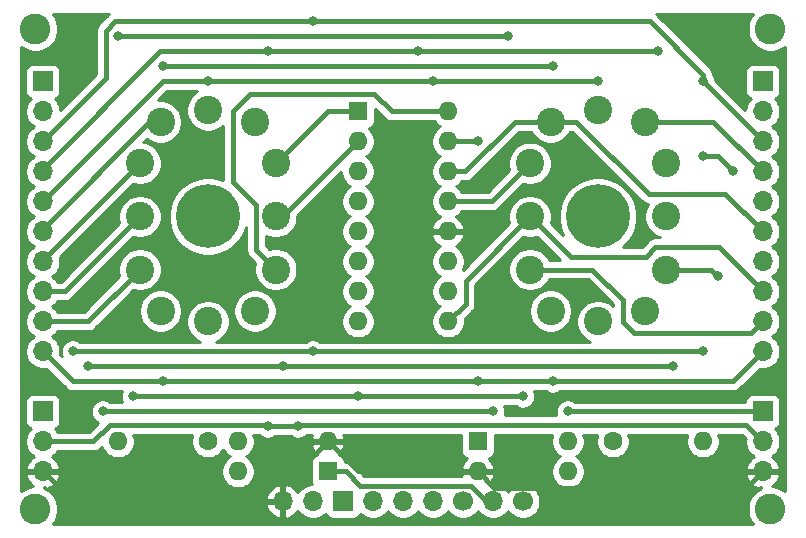
<source format=gbr>
%TF.GenerationSoftware,KiCad,Pcbnew,(5.1.6)-1*%
%TF.CreationDate,2021-12-10T20:44:56+09:00*%
%TF.ProjectId,nixie-kit-1,6e697869-652d-46b6-9974-2d312e6b6963,rev?*%
%TF.SameCoordinates,Original*%
%TF.FileFunction,Copper,L2,Bot*%
%TF.FilePolarity,Positive*%
%FSLAX46Y46*%
G04 Gerber Fmt 4.6, Leading zero omitted, Abs format (unit mm)*
G04 Created by KiCad (PCBNEW (5.1.6)-1) date 2021-12-10 20:44:56*
%MOMM*%
%LPD*%
G01*
G04 APERTURE LIST*
%TA.AperFunction,ComponentPad*%
%ADD10C,2.600000*%
%TD*%
%TA.AperFunction,ComponentPad*%
%ADD11C,1.700000*%
%TD*%
%TA.AperFunction,ComponentPad*%
%ADD12O,1.700000X1.700000*%
%TD*%
%TA.AperFunction,ComponentPad*%
%ADD13R,1.700000X1.700000*%
%TD*%
%TA.AperFunction,ComponentPad*%
%ADD14R,1.600000X1.600000*%
%TD*%
%TA.AperFunction,ComponentPad*%
%ADD15O,1.600000X1.600000*%
%TD*%
%TA.AperFunction,ComponentPad*%
%ADD16C,2.400000*%
%TD*%
%TA.AperFunction,ComponentPad*%
%ADD17C,5.400000*%
%TD*%
%TA.AperFunction,ComponentPad*%
%ADD18C,1.600000*%
%TD*%
%TA.AperFunction,ViaPad*%
%ADD19C,0.800000*%
%TD*%
%TA.AperFunction,Conductor*%
%ADD20C,0.400000*%
%TD*%
%TA.AperFunction,Conductor*%
%ADD21C,0.254000*%
%TD*%
G04 APERTURE END LIST*
D10*
%TO.P,REF\u002A\u002A,1*%
%TO.N,N/C*%
X83185000Y-71755000D03*
%TD*%
%TO.P,REF\u002A\u002A,1*%
%TO.N,N/C*%
X145415000Y-71755000D03*
%TD*%
%TO.P,REF\u002A\u002A,1*%
%TO.N,N/C*%
X145415000Y-31115000D03*
%TD*%
%TO.P,REF\u002A\u002A,1*%
%TO.N,N/C*%
X83185000Y-31115000D03*
%TD*%
D11*
%TO.P,J1,1*%
%TO.N,Net-(J4-Pad1)*%
X124460000Y-71120000D03*
D12*
%TO.P,J1,2*%
%TO.N,Net-(J4-Pad2)*%
X121920000Y-71120000D03*
%TD*%
D11*
%TO.P,J1,1*%
%TO.N,Net-(J1-Pad1)*%
X119380000Y-71120000D03*
D12*
%TO.P,J1,2*%
%TO.N,Net-(J1-Pad2)*%
X116840000Y-71120000D03*
%TO.P,J1,3*%
%TO.N,Net-(J1-Pad3)*%
X114300000Y-71120000D03*
%TO.P,J1,4*%
%TO.N,Net-(J1-Pad4)*%
X111760000Y-71120000D03*
%TD*%
%TO.P,J2,3*%
%TO.N,GND*%
X104140000Y-71120000D03*
%TO.P,J2,2*%
%TO.N,VCC*%
X106680000Y-71120000D03*
D13*
%TO.P,J2,1*%
%TO.N,Net-(J2-Pad1)*%
X109220000Y-71120000D03*
%TD*%
D14*
%TO.P,U2,1*%
%TO.N,Net-(J4-Pad2)*%
X107950000Y-68580000D03*
D15*
%TO.P,U2,3*%
%TO.N,Net-(R1-Pad1)*%
X100330000Y-66040000D03*
%TO.P,U2,2*%
%TO.N,GND*%
X107950000Y-66040000D03*
%TO.P,U2,4*%
%TO.N,Net-(J2-Pad1)*%
X100330000Y-68580000D03*
%TD*%
D14*
%TO.P,U3,1*%
%TO.N,Net-(J4-Pad1)*%
X120650000Y-66040000D03*
D15*
%TO.P,U3,3*%
%TO.N,Net-(R2-Pad1)*%
X128270000Y-68580000D03*
%TO.P,U3,2*%
%TO.N,GND*%
X120650000Y-68580000D03*
%TO.P,U3,4*%
%TO.N,Net-(J2-Pad1)*%
X128270000Y-66040000D03*
%TD*%
D12*
%TO.P,J5,3*%
%TO.N,GND*%
X144780000Y-68580000D03*
%TO.P,J5,2*%
%TO.N,VCC*%
X144780000Y-66040000D03*
D13*
%TO.P,J5,1*%
%TO.N,Net-(J2-Pad1)*%
X144780000Y-63500000D03*
%TD*%
%TO.P,J3,1*%
%TO.N,Net-(J2-Pad1)*%
X83820000Y-63500000D03*
D12*
%TO.P,J3,2*%
%TO.N,VCC*%
X83820000Y-66040000D03*
%TO.P,J3,3*%
%TO.N,GND*%
X83820000Y-68580000D03*
%TD*%
%TO.P,J4,10*%
%TO.N,Net-(J3-Pad10)*%
X144780000Y-58420000D03*
%TO.P,J4,9*%
%TO.N,Net-(J3-Pad9)*%
X144780000Y-55880000D03*
%TO.P,J4,8*%
%TO.N,Net-(J3-Pad8)*%
X144780000Y-53340000D03*
%TO.P,J4,7*%
%TO.N,Net-(J3-Pad7)*%
X144780000Y-50800000D03*
%TO.P,J4,6*%
%TO.N,Net-(J3-Pad6)*%
X144780000Y-48260000D03*
%TO.P,J4,5*%
%TO.N,Net-(J3-Pad5)*%
X144780000Y-45720000D03*
%TO.P,J4,4*%
%TO.N,Net-(J3-Pad4)*%
X144780000Y-43180000D03*
%TO.P,J4,3*%
%TO.N,Net-(J3-Pad3)*%
X144780000Y-40640000D03*
%TO.P,J4,2*%
%TO.N,Net-(J3-Pad2)*%
X144780000Y-38100000D03*
D13*
%TO.P,J4,1*%
%TO.N,Net-(J3-Pad1)*%
X144780000Y-35560000D03*
%TD*%
%TO.P,J2,1*%
%TO.N,Net-(J3-Pad1)*%
X83820000Y-35560000D03*
D12*
%TO.P,J2,2*%
%TO.N,Net-(J3-Pad2)*%
X83820000Y-38100000D03*
%TO.P,J2,3*%
%TO.N,Net-(J3-Pad3)*%
X83820000Y-40640000D03*
%TO.P,J2,4*%
%TO.N,Net-(J3-Pad4)*%
X83820000Y-43180000D03*
%TO.P,J2,5*%
%TO.N,Net-(J3-Pad5)*%
X83820000Y-45720000D03*
%TO.P,J2,6*%
%TO.N,Net-(J3-Pad6)*%
X83820000Y-48260000D03*
%TO.P,J2,7*%
%TO.N,Net-(J3-Pad7)*%
X83820000Y-50800000D03*
%TO.P,J2,8*%
%TO.N,Net-(J3-Pad8)*%
X83820000Y-53340000D03*
%TO.P,J2,9*%
%TO.N,Net-(J3-Pad9)*%
X83820000Y-55880000D03*
%TO.P,J2,10*%
%TO.N,Net-(J3-Pad10)*%
X83820000Y-58420000D03*
%TD*%
D16*
%TO.P,N1,0*%
%TO.N,Net-(J3-Pad1)*%
X103540000Y-51490000D03*
%TO.P,N1,1*%
%TO.N,Net-(J3-Pad10)*%
X93790000Y-54990000D03*
%TO.P,N1,2*%
%TO.N,Net-(J3-Pad9)*%
X92040000Y-51490000D03*
%TO.P,N1,3*%
%TO.N,Net-(J3-Pad8)*%
X92040000Y-46990000D03*
%TO.P,N1,4*%
%TO.N,Net-(J3-Pad7)*%
X92040000Y-42490000D03*
%TO.P,N1,5*%
%TO.N,Net-(J3-Pad6)*%
X93790000Y-38990000D03*
%TO.P,N1,6*%
%TO.N,Net-(J3-Pad5)*%
X97790000Y-37990000D03*
%TO.P,N1,7*%
%TO.N,Net-(J3-Pad4)*%
X101790000Y-38990000D03*
%TO.P,N1,8*%
%TO.N,Net-(J3-Pad3)*%
X103540000Y-42490000D03*
%TO.P,N1,9*%
%TO.N,Net-(J3-Pad2)*%
X103540000Y-46990000D03*
%TO.P,N1,A*%
%TO.N,Net-(N1-PadA)*%
X101790000Y-54990000D03*
%TO.P,N1,B*%
%TO.N,N/C*%
X97790000Y-55880000D03*
D17*
X97790000Y-46990000D03*
%TD*%
%TO.P,N2,C*%
%TO.N,N/C*%
X130810000Y-46990000D03*
D16*
%TO.P,N2,B*%
X130810000Y-55880000D03*
%TO.P,N2,0*%
%TO.N,Net-(J3-Pad1)*%
X136560000Y-51490000D03*
%TO.P,N2,1*%
%TO.N,Net-(J3-Pad10)*%
X126810000Y-54990000D03*
%TO.P,N2,2*%
%TO.N,Net-(J3-Pad9)*%
X125060000Y-51490000D03*
%TO.P,N2,3*%
%TO.N,Net-(J3-Pad8)*%
X125060000Y-46990000D03*
%TO.P,N2,4*%
%TO.N,Net-(J3-Pad7)*%
X125060000Y-42490000D03*
%TO.P,N2,5*%
%TO.N,Net-(J3-Pad6)*%
X126810000Y-38990000D03*
%TO.P,N2,6*%
%TO.N,Net-(J3-Pad5)*%
X130810000Y-37990000D03*
%TO.P,N2,7*%
%TO.N,Net-(J3-Pad4)*%
X134810000Y-38990000D03*
%TO.P,N2,8*%
%TO.N,Net-(J3-Pad3)*%
X136560000Y-42490000D03*
%TO.P,N2,9*%
%TO.N,Net-(J3-Pad2)*%
X136560000Y-46990000D03*
%TO.P,N2,A*%
%TO.N,Net-(N2-PadA)*%
X134810000Y-54990000D03*
%TD*%
D18*
%TO.P,R1,1*%
%TO.N,Net-(R1-Pad1)*%
X97790000Y-66040000D03*
D15*
%TO.P,R1,2*%
%TO.N,Net-(N1-PadA)*%
X90170000Y-66040000D03*
%TD*%
%TO.P,R2,2*%
%TO.N,Net-(N2-PadA)*%
X139700000Y-66040000D03*
D18*
%TO.P,R2,1*%
%TO.N,Net-(R2-Pad1)*%
X132080000Y-66040000D03*
%TD*%
D14*
%TO.P,U1,1*%
%TO.N,Net-(J3-Pad3)*%
X110490000Y-38100000D03*
D15*
%TO.P,U1,9*%
%TO.N,Net-(J3-Pad8)*%
X118110000Y-55880000D03*
%TO.P,U1,2*%
%TO.N,Net-(J3-Pad2)*%
X110490000Y-40640000D03*
%TO.P,U1,10*%
%TO.N,Net-(J3-Pad4)*%
X118110000Y-53340000D03*
%TO.P,U1,3*%
%TO.N,Net-(J1-Pad1)*%
X110490000Y-43180000D03*
%TO.P,U1,11*%
%TO.N,Net-(J3-Pad5)*%
X118110000Y-50800000D03*
%TO.P,U1,4*%
%TO.N,Net-(J1-Pad4)*%
X110490000Y-45720000D03*
%TO.P,U1,12*%
%TO.N,GND*%
X118110000Y-48260000D03*
%TO.P,U1,5*%
%TO.N,VCC*%
X110490000Y-48260000D03*
%TO.P,U1,13*%
%TO.N,Net-(J3-Pad7)*%
X118110000Y-45720000D03*
%TO.P,U1,6*%
%TO.N,Net-(J1-Pad2)*%
X110490000Y-50800000D03*
%TO.P,U1,14*%
%TO.N,Net-(J3-Pad6)*%
X118110000Y-43180000D03*
%TO.P,U1,7*%
%TO.N,Net-(J1-Pad3)*%
X110490000Y-53340000D03*
%TO.P,U1,15*%
%TO.N,Net-(J3-Pad10)*%
X118110000Y-40640000D03*
%TO.P,U1,8*%
%TO.N,Net-(J3-Pad9)*%
X110490000Y-55880000D03*
%TO.P,U1,16*%
%TO.N,Net-(J3-Pad1)*%
X118110000Y-38100000D03*
%TD*%
D19*
%TO.N,Net-(J2-Pad1)*%
X128270000Y-63500000D03*
%TO.N,VCC*%
X105410000Y-64770000D03*
X102870000Y-64770000D03*
%TO.N,Net-(J3-Pad1)*%
X140970000Y-52070000D03*
X104140000Y-59690000D03*
X137160000Y-59690000D03*
X87630000Y-59690000D03*
%TO.N,Net-(J3-Pad2)*%
X139700000Y-41910000D03*
X106680000Y-58420000D03*
X139700000Y-58420000D03*
X86360000Y-58420000D03*
X142240000Y-43180000D03*
%TO.N,Net-(J3-Pad3)*%
X106680000Y-30480000D03*
X139700000Y-35560000D03*
%TO.N,Net-(J3-Pad4)*%
X102870000Y-33020000D03*
X135890000Y-33020000D03*
X115570000Y-33020000D03*
%TO.N,Net-(J3-Pad5)*%
X97790000Y-35560000D03*
X130810000Y-35560000D03*
X116840000Y-35560000D03*
%TO.N,Net-(J3-Pad6)*%
X93980000Y-34290000D03*
X127000000Y-34290000D03*
%TO.N,Net-(J3-Pad7)*%
X90170000Y-31750000D03*
X123190000Y-31750000D03*
%TO.N,Net-(J3-Pad8)*%
X88900000Y-63500000D03*
X121920000Y-63500000D03*
%TO.N,Net-(J3-Pad9)*%
X91440000Y-62230000D03*
X124460000Y-62230000D03*
X110490000Y-62230000D03*
%TO.N,Net-(J3-Pad10)*%
X93980000Y-60960000D03*
X127000000Y-60960000D03*
X120650000Y-60960000D03*
X120650000Y-40640000D03*
%TD*%
D20*
%TO.N,Net-(J2-Pad1)*%
X128270000Y-63500000D02*
X144780000Y-63500000D01*
%TO.N,VCC*%
X84060002Y-66040000D02*
X83820000Y-66040000D01*
X144730000Y-66040000D02*
X144780000Y-66040000D01*
X105540001Y-64639999D02*
X143329999Y-64639999D01*
X143329999Y-64639999D02*
X144730000Y-66040000D01*
X105410000Y-64770000D02*
X105540001Y-64639999D01*
X89497999Y-64639999D02*
X102739999Y-64639999D01*
X102739999Y-64639999D02*
X102870000Y-64770000D01*
X88097998Y-66040000D02*
X89497999Y-64639999D01*
X83820000Y-66040000D02*
X88097998Y-66040000D01*
X102870000Y-64770000D02*
X105410000Y-64770000D01*
%TO.N,GND*%
X110490000Y-68580000D02*
X107950000Y-66040000D01*
X120650000Y-68580000D02*
X110490000Y-68580000D01*
X143379999Y-69980001D02*
X144780000Y-68580000D01*
X122050001Y-69980001D02*
X143379999Y-69980001D01*
X120650000Y-68580000D02*
X122050001Y-69980001D01*
X104140000Y-69850000D02*
X104140000Y-71120000D01*
X107950000Y-66040000D02*
X104140000Y-69850000D01*
X86360000Y-71120000D02*
X83820000Y-68580000D01*
X104140000Y-71120000D02*
X86360000Y-71120000D01*
%TO.N,Net-(J3-Pad1)*%
X137160000Y-59690000D02*
X104140000Y-59690000D01*
X87630000Y-59690000D02*
X104140000Y-59690000D01*
X101839999Y-49789999D02*
X103540000Y-51490000D01*
X101839999Y-46007997D02*
X101839999Y-49789999D01*
X99889999Y-44057997D02*
X101839999Y-46007997D01*
X101367999Y-36599999D02*
X99889999Y-38077999D01*
X99889999Y-38077999D02*
X99889999Y-44057997D01*
X111850001Y-36599999D02*
X101367999Y-36599999D01*
X113350002Y-38100000D02*
X111850001Y-36599999D01*
X118110000Y-38100000D02*
X113350002Y-38100000D01*
X140390000Y-51490000D02*
X140970000Y-52070000D01*
X136560000Y-51490000D02*
X140390000Y-51490000D01*
%TO.N,Net-(J3-Pad2)*%
X106680000Y-58420000D02*
X139700000Y-58420000D01*
X104140000Y-46990000D02*
X103540000Y-46990000D01*
X110490000Y-40640000D02*
X104140000Y-46990000D01*
X86360000Y-58420000D02*
X106680000Y-58420000D01*
X140970000Y-41910000D02*
X142240000Y-43180000D01*
X139700000Y-41910000D02*
X140970000Y-41910000D01*
%TO.N,Net-(J3-Pad3)*%
X107930000Y-38100000D02*
X103540000Y-42490000D01*
X110490000Y-38100000D02*
X107930000Y-38100000D01*
X144780000Y-40640000D02*
X139700000Y-35560000D01*
X89169999Y-31269999D02*
X89959998Y-30480000D01*
X89169999Y-35290001D02*
X89169999Y-31269999D01*
X89959998Y-30480000D02*
X106680000Y-30480000D01*
X83820000Y-40640000D02*
X89169999Y-35290001D01*
X135185685Y-30480000D02*
X106680000Y-30480000D01*
X139700000Y-34994315D02*
X135185685Y-30480000D01*
X139700000Y-35560000D02*
X139700000Y-34994315D01*
%TO.N,Net-(J3-Pad4)*%
X102870000Y-33020000D02*
X135890000Y-33020000D01*
X140590000Y-38990000D02*
X144780000Y-43180000D01*
X134810000Y-38990000D02*
X140590000Y-38990000D01*
X93769998Y-33020000D02*
X102870000Y-33020000D01*
X83820000Y-42969998D02*
X93769998Y-33020000D01*
X83820000Y-43180000D02*
X83820000Y-42969998D01*
%TO.N,Net-(J3-Pad5)*%
X117642002Y-35560000D02*
X130810000Y-35560000D01*
X97790000Y-35560000D02*
X117642002Y-35560000D01*
X130810000Y-37990000D02*
X131441998Y-37990000D01*
X93980000Y-35560000D02*
X97790000Y-35560000D01*
X83820000Y-45720000D02*
X93980000Y-35560000D01*
X130810000Y-37990000D02*
X130810000Y-38100000D01*
%TO.N,Net-(J3-Pad6)*%
X93980000Y-34290000D02*
X127000000Y-34290000D01*
X123780002Y-38990000D02*
X126810000Y-38990000D01*
X119590002Y-43180000D02*
X123780002Y-38990000D01*
X118110000Y-43180000D02*
X119590002Y-43180000D01*
X83820000Y-48014002D02*
X83820000Y-48260000D01*
X92844002Y-38990000D02*
X83820000Y-48014002D01*
X93790000Y-38990000D02*
X92844002Y-38990000D01*
X135097997Y-45089999D02*
X141609999Y-45089999D01*
X128997998Y-38990000D02*
X135097997Y-45089999D01*
X141609999Y-45089999D02*
X144780000Y-48260000D01*
X126810000Y-38990000D02*
X128997998Y-38990000D01*
%TO.N,Net-(J3-Pad7)*%
X90170000Y-31750000D02*
X123190000Y-31750000D01*
X121830000Y-45720000D02*
X125060000Y-42490000D01*
X118110000Y-45720000D02*
X121830000Y-45720000D01*
X83820000Y-50710000D02*
X83820000Y-50800000D01*
X92040000Y-42490000D02*
X83820000Y-50710000D01*
X125060000Y-42510000D02*
X125060000Y-42490000D01*
%TO.N,Net-(J3-Pad8)*%
X88900000Y-63500000D02*
X121920000Y-63500000D01*
X85690000Y-53340000D02*
X92040000Y-46990000D01*
X83820000Y-53340000D02*
X85690000Y-53340000D01*
X119610001Y-54379999D02*
X119610001Y-52439999D01*
X119610001Y-52439999D02*
X125060000Y-46990000D01*
X118110000Y-55880000D02*
X119610001Y-54379999D01*
X125060000Y-46990000D02*
X125095000Y-46990000D01*
X141029999Y-49589999D02*
X144780000Y-53340000D01*
X135647999Y-49589999D02*
X141029999Y-49589999D01*
X134847997Y-50390001D02*
X135647999Y-49589999D01*
X128495001Y-50390001D02*
X134847997Y-50390001D01*
X125095000Y-46990000D02*
X128495001Y-50390001D01*
%TO.N,Net-(J3-Pad9)*%
X124460000Y-62230000D02*
X91440000Y-62230000D01*
X87650000Y-55880000D02*
X92040000Y-51490000D01*
X83820000Y-55880000D02*
X87650000Y-55880000D01*
X133897999Y-56890001D02*
X143769999Y-56890001D01*
X132909999Y-55902001D02*
X133897999Y-56890001D01*
X132909999Y-54077999D02*
X132909999Y-55902001D01*
X143769999Y-56890001D02*
X144780000Y-55880000D01*
X130322000Y-51490000D02*
X132909999Y-54077999D01*
X125060000Y-51490000D02*
X130322000Y-51490000D01*
%TO.N,Net-(J3-Pad10)*%
X93980000Y-60960000D02*
X127000000Y-60960000D01*
X120650000Y-40640000D02*
X118110000Y-40640000D01*
X142240000Y-60960000D02*
X127000000Y-60960000D01*
X144780000Y-58420000D02*
X142240000Y-60960000D01*
X83820000Y-58420000D02*
X86360000Y-60960000D01*
X86360000Y-60960000D02*
X93980000Y-60960000D01*
%TO.N,Net-(J4-Pad2)*%
X121378002Y-71120000D02*
X121920000Y-71120000D01*
X110690037Y-69769999D02*
X120028001Y-69769999D01*
X109500038Y-68580000D02*
X110690037Y-69769999D01*
X120028001Y-69769999D02*
X121378002Y-71120000D01*
X107950000Y-68580000D02*
X109500038Y-68580000D01*
%TD*%
D21*
%TO.N,GND*%
G36*
X89366707Y-29886709D02*
G01*
X89340556Y-29918574D01*
X88608573Y-30650558D01*
X88576709Y-30676708D01*
X88550561Y-30708570D01*
X88472363Y-30803854D01*
X88394827Y-30948913D01*
X88347081Y-31106311D01*
X88330959Y-31269999D01*
X88335000Y-31311027D01*
X88334999Y-34944133D01*
X85305000Y-37974133D01*
X85305000Y-37953740D01*
X85247932Y-37666842D01*
X85135990Y-37396589D01*
X84973475Y-37153368D01*
X84841620Y-37021513D01*
X84914180Y-36999502D01*
X85024494Y-36940537D01*
X85121185Y-36861185D01*
X85200537Y-36764494D01*
X85259502Y-36654180D01*
X85295812Y-36534482D01*
X85308072Y-36410000D01*
X85308072Y-34710000D01*
X85295812Y-34585518D01*
X85259502Y-34465820D01*
X85200537Y-34355506D01*
X85121185Y-34258815D01*
X85024494Y-34179463D01*
X84914180Y-34120498D01*
X84794482Y-34084188D01*
X84670000Y-34071928D01*
X82970000Y-34071928D01*
X82845518Y-34084188D01*
X82725820Y-34120498D01*
X82615506Y-34179463D01*
X82518815Y-34258815D01*
X82439463Y-34355506D01*
X82380498Y-34465820D01*
X82344188Y-34585518D01*
X82331928Y-34710000D01*
X82331928Y-36410000D01*
X82344188Y-36534482D01*
X82380498Y-36654180D01*
X82439463Y-36764494D01*
X82518815Y-36861185D01*
X82615506Y-36940537D01*
X82725820Y-36999502D01*
X82798380Y-37021513D01*
X82666525Y-37153368D01*
X82504010Y-37396589D01*
X82392068Y-37666842D01*
X82335000Y-37953740D01*
X82335000Y-38246260D01*
X82392068Y-38533158D01*
X82504010Y-38803411D01*
X82666525Y-39046632D01*
X82873368Y-39253475D01*
X83047760Y-39370000D01*
X82873368Y-39486525D01*
X82666525Y-39693368D01*
X82504010Y-39936589D01*
X82392068Y-40206842D01*
X82335000Y-40493740D01*
X82335000Y-40786260D01*
X82392068Y-41073158D01*
X82504010Y-41343411D01*
X82666525Y-41586632D01*
X82873368Y-41793475D01*
X83047760Y-41910000D01*
X82873368Y-42026525D01*
X82666525Y-42233368D01*
X82504010Y-42476589D01*
X82392068Y-42746842D01*
X82335000Y-43033740D01*
X82335000Y-43326260D01*
X82392068Y-43613158D01*
X82504010Y-43883411D01*
X82666525Y-44126632D01*
X82873368Y-44333475D01*
X83047760Y-44450000D01*
X82873368Y-44566525D01*
X82666525Y-44773368D01*
X82504010Y-45016589D01*
X82392068Y-45286842D01*
X82335000Y-45573740D01*
X82335000Y-45866260D01*
X82392068Y-46153158D01*
X82504010Y-46423411D01*
X82666525Y-46666632D01*
X82873368Y-46873475D01*
X83047760Y-46990000D01*
X82873368Y-47106525D01*
X82666525Y-47313368D01*
X82504010Y-47556589D01*
X82392068Y-47826842D01*
X82335000Y-48113740D01*
X82335000Y-48406260D01*
X82392068Y-48693158D01*
X82504010Y-48963411D01*
X82666525Y-49206632D01*
X82873368Y-49413475D01*
X83047760Y-49530000D01*
X82873368Y-49646525D01*
X82666525Y-49853368D01*
X82504010Y-50096589D01*
X82392068Y-50366842D01*
X82335000Y-50653740D01*
X82335000Y-50946260D01*
X82392068Y-51233158D01*
X82504010Y-51503411D01*
X82666525Y-51746632D01*
X82873368Y-51953475D01*
X83047760Y-52070000D01*
X82873368Y-52186525D01*
X82666525Y-52393368D01*
X82504010Y-52636589D01*
X82392068Y-52906842D01*
X82335000Y-53193740D01*
X82335000Y-53486260D01*
X82392068Y-53773158D01*
X82504010Y-54043411D01*
X82666525Y-54286632D01*
X82873368Y-54493475D01*
X83047760Y-54610000D01*
X82873368Y-54726525D01*
X82666525Y-54933368D01*
X82504010Y-55176589D01*
X82392068Y-55446842D01*
X82335000Y-55733740D01*
X82335000Y-56026260D01*
X82392068Y-56313158D01*
X82504010Y-56583411D01*
X82666525Y-56826632D01*
X82873368Y-57033475D01*
X83047760Y-57150000D01*
X82873368Y-57266525D01*
X82666525Y-57473368D01*
X82504010Y-57716589D01*
X82392068Y-57986842D01*
X82335000Y-58273740D01*
X82335000Y-58566260D01*
X82392068Y-58853158D01*
X82504010Y-59123411D01*
X82666525Y-59366632D01*
X82873368Y-59573475D01*
X83116589Y-59735990D01*
X83386842Y-59847932D01*
X83673740Y-59905000D01*
X83966260Y-59905000D01*
X84097940Y-59878807D01*
X85740559Y-61521427D01*
X85766709Y-61553291D01*
X85893854Y-61657636D01*
X86038913Y-61735172D01*
X86196311Y-61782918D01*
X86318981Y-61795000D01*
X86318991Y-61795000D01*
X86359999Y-61799039D01*
X86401007Y-61795000D01*
X90499907Y-61795000D01*
X90444774Y-61928102D01*
X90405000Y-62128061D01*
X90405000Y-62331939D01*
X90444774Y-62531898D01*
X90499907Y-62665000D01*
X89513285Y-62665000D01*
X89390256Y-62582795D01*
X89201898Y-62504774D01*
X89001939Y-62465000D01*
X88798061Y-62465000D01*
X88598102Y-62504774D01*
X88409744Y-62582795D01*
X88240226Y-62696063D01*
X88096063Y-62840226D01*
X87982795Y-63009744D01*
X87904774Y-63198102D01*
X87865000Y-63398061D01*
X87865000Y-63601939D01*
X87904774Y-63801898D01*
X87982795Y-63990256D01*
X88096063Y-64159774D01*
X88240226Y-64303937D01*
X88409744Y-64417205D01*
X88501796Y-64455334D01*
X87752131Y-65205000D01*
X85048065Y-65205000D01*
X84973475Y-65093368D01*
X84841620Y-64961513D01*
X84914180Y-64939502D01*
X85024494Y-64880537D01*
X85121185Y-64801185D01*
X85200537Y-64704494D01*
X85259502Y-64594180D01*
X85295812Y-64474482D01*
X85308072Y-64350000D01*
X85308072Y-62650000D01*
X85295812Y-62525518D01*
X85259502Y-62405820D01*
X85200537Y-62295506D01*
X85121185Y-62198815D01*
X85024494Y-62119463D01*
X84914180Y-62060498D01*
X84794482Y-62024188D01*
X84670000Y-62011928D01*
X82970000Y-62011928D01*
X82845518Y-62024188D01*
X82725820Y-62060498D01*
X82615506Y-62119463D01*
X82518815Y-62198815D01*
X82439463Y-62295506D01*
X82380498Y-62405820D01*
X82344188Y-62525518D01*
X82331928Y-62650000D01*
X82331928Y-64350000D01*
X82344188Y-64474482D01*
X82380498Y-64594180D01*
X82439463Y-64704494D01*
X82518815Y-64801185D01*
X82615506Y-64880537D01*
X82725820Y-64939502D01*
X82798380Y-64961513D01*
X82666525Y-65093368D01*
X82504010Y-65336589D01*
X82392068Y-65606842D01*
X82335000Y-65893740D01*
X82335000Y-66186260D01*
X82392068Y-66473158D01*
X82504010Y-66743411D01*
X82666525Y-66986632D01*
X82873368Y-67193475D01*
X83055534Y-67315195D01*
X82938645Y-67384822D01*
X82722412Y-67579731D01*
X82548359Y-67813080D01*
X82423175Y-68075901D01*
X82378524Y-68223110D01*
X82499845Y-68453000D01*
X83693000Y-68453000D01*
X83693000Y-68433000D01*
X83947000Y-68433000D01*
X83947000Y-68453000D01*
X85140155Y-68453000D01*
X85261476Y-68223110D01*
X85216825Y-68075901D01*
X85091641Y-67813080D01*
X84917588Y-67579731D01*
X84701355Y-67384822D01*
X84584466Y-67315195D01*
X84766632Y-67193475D01*
X84973475Y-66986632D01*
X85048065Y-66875000D01*
X88056980Y-66875000D01*
X88097998Y-66879040D01*
X88139016Y-66875000D01*
X88139017Y-66875000D01*
X88261687Y-66862918D01*
X88419085Y-66815172D01*
X88564144Y-66737636D01*
X88691289Y-66633291D01*
X88717444Y-66601421D01*
X88810692Y-66508173D01*
X88898320Y-66719727D01*
X89055363Y-66954759D01*
X89255241Y-67154637D01*
X89490273Y-67311680D01*
X89751426Y-67419853D01*
X90028665Y-67475000D01*
X90311335Y-67475000D01*
X90588574Y-67419853D01*
X90849727Y-67311680D01*
X91084759Y-67154637D01*
X91284637Y-66954759D01*
X91441680Y-66719727D01*
X91549853Y-66458574D01*
X91605000Y-66181335D01*
X91605000Y-65898665D01*
X91549853Y-65621426D01*
X91489201Y-65474999D01*
X96470799Y-65474999D01*
X96410147Y-65621426D01*
X96355000Y-65898665D01*
X96355000Y-66181335D01*
X96410147Y-66458574D01*
X96518320Y-66719727D01*
X96675363Y-66954759D01*
X96875241Y-67154637D01*
X97110273Y-67311680D01*
X97371426Y-67419853D01*
X97648665Y-67475000D01*
X97931335Y-67475000D01*
X98208574Y-67419853D01*
X98469727Y-67311680D01*
X98704759Y-67154637D01*
X98904637Y-66954759D01*
X99060000Y-66722241D01*
X99215363Y-66954759D01*
X99415241Y-67154637D01*
X99647759Y-67310000D01*
X99415241Y-67465363D01*
X99215363Y-67665241D01*
X99058320Y-67900273D01*
X98950147Y-68161426D01*
X98895000Y-68438665D01*
X98895000Y-68721335D01*
X98950147Y-68998574D01*
X99058320Y-69259727D01*
X99215363Y-69494759D01*
X99415241Y-69694637D01*
X99650273Y-69851680D01*
X99911426Y-69959853D01*
X100188665Y-70015000D01*
X100471335Y-70015000D01*
X100748574Y-69959853D01*
X101009727Y-69851680D01*
X101244759Y-69694637D01*
X101444637Y-69494759D01*
X101601680Y-69259727D01*
X101709853Y-68998574D01*
X101765000Y-68721335D01*
X101765000Y-68438665D01*
X101709853Y-68161426D01*
X101601680Y-67900273D01*
X101444637Y-67665241D01*
X101244759Y-67465363D01*
X101012241Y-67310000D01*
X101244759Y-67154637D01*
X101444637Y-66954759D01*
X101601680Y-66719727D01*
X101709853Y-66458574D01*
X101765000Y-66181335D01*
X101765000Y-65898665D01*
X101709853Y-65621426D01*
X101649201Y-65474999D01*
X102111288Y-65474999D01*
X102210226Y-65573937D01*
X102379744Y-65687205D01*
X102568102Y-65765226D01*
X102768061Y-65805000D01*
X102971939Y-65805000D01*
X103171898Y-65765226D01*
X103360256Y-65687205D01*
X103483285Y-65605000D01*
X104796715Y-65605000D01*
X104919744Y-65687205D01*
X105108102Y-65765226D01*
X105308061Y-65805000D01*
X105511939Y-65805000D01*
X105711898Y-65765226D01*
X105900256Y-65687205D01*
X106069774Y-65573937D01*
X106168712Y-65474999D01*
X106637470Y-65474999D01*
X106598754Y-65556913D01*
X106558096Y-65690961D01*
X106680085Y-65913000D01*
X107823000Y-65913000D01*
X107823000Y-65893000D01*
X108077000Y-65893000D01*
X108077000Y-65913000D01*
X109219915Y-65913000D01*
X109341904Y-65690961D01*
X109301246Y-65556913D01*
X109262530Y-65474999D01*
X119211928Y-65474999D01*
X119211928Y-66840000D01*
X119224188Y-66964482D01*
X119260498Y-67084180D01*
X119319463Y-67194494D01*
X119398815Y-67291185D01*
X119495506Y-67370537D01*
X119605820Y-67429502D01*
X119725518Y-67465812D01*
X119750080Y-67468231D01*
X119586481Y-67616586D01*
X119418963Y-67842580D01*
X119298754Y-68096913D01*
X119258096Y-68230961D01*
X119380085Y-68453000D01*
X120523000Y-68453000D01*
X120523000Y-68433000D01*
X120777000Y-68433000D01*
X120777000Y-68453000D01*
X121919915Y-68453000D01*
X122041904Y-68230961D01*
X122001246Y-68096913D01*
X121881037Y-67842580D01*
X121713519Y-67616586D01*
X121549920Y-67468231D01*
X121574482Y-67465812D01*
X121694180Y-67429502D01*
X121804494Y-67370537D01*
X121901185Y-67291185D01*
X121980537Y-67194494D01*
X122039502Y-67084180D01*
X122075812Y-66964482D01*
X122088072Y-66840000D01*
X122088072Y-65474999D01*
X126950799Y-65474999D01*
X126890147Y-65621426D01*
X126835000Y-65898665D01*
X126835000Y-66181335D01*
X126890147Y-66458574D01*
X126998320Y-66719727D01*
X127155363Y-66954759D01*
X127355241Y-67154637D01*
X127587759Y-67310000D01*
X127355241Y-67465363D01*
X127155363Y-67665241D01*
X126998320Y-67900273D01*
X126890147Y-68161426D01*
X126835000Y-68438665D01*
X126835000Y-68721335D01*
X126890147Y-68998574D01*
X126998320Y-69259727D01*
X127155363Y-69494759D01*
X127355241Y-69694637D01*
X127590273Y-69851680D01*
X127851426Y-69959853D01*
X128128665Y-70015000D01*
X128411335Y-70015000D01*
X128688574Y-69959853D01*
X128949727Y-69851680D01*
X129184759Y-69694637D01*
X129384637Y-69494759D01*
X129541680Y-69259727D01*
X129649853Y-68998574D01*
X129705000Y-68721335D01*
X129705000Y-68438665D01*
X129649853Y-68161426D01*
X129541680Y-67900273D01*
X129384637Y-67665241D01*
X129184759Y-67465363D01*
X128952241Y-67310000D01*
X129184759Y-67154637D01*
X129384637Y-66954759D01*
X129541680Y-66719727D01*
X129649853Y-66458574D01*
X129705000Y-66181335D01*
X129705000Y-65898665D01*
X129649853Y-65621426D01*
X129589201Y-65474999D01*
X130760799Y-65474999D01*
X130700147Y-65621426D01*
X130645000Y-65898665D01*
X130645000Y-66181335D01*
X130700147Y-66458574D01*
X130808320Y-66719727D01*
X130965363Y-66954759D01*
X131165241Y-67154637D01*
X131400273Y-67311680D01*
X131661426Y-67419853D01*
X131938665Y-67475000D01*
X132221335Y-67475000D01*
X132498574Y-67419853D01*
X132759727Y-67311680D01*
X132994759Y-67154637D01*
X133194637Y-66954759D01*
X133351680Y-66719727D01*
X133459853Y-66458574D01*
X133515000Y-66181335D01*
X133515000Y-65898665D01*
X133459853Y-65621426D01*
X133399201Y-65474999D01*
X138380799Y-65474999D01*
X138320147Y-65621426D01*
X138265000Y-65898665D01*
X138265000Y-66181335D01*
X138320147Y-66458574D01*
X138428320Y-66719727D01*
X138585363Y-66954759D01*
X138785241Y-67154637D01*
X139020273Y-67311680D01*
X139281426Y-67419853D01*
X139558665Y-67475000D01*
X139841335Y-67475000D01*
X140118574Y-67419853D01*
X140379727Y-67311680D01*
X140614759Y-67154637D01*
X140814637Y-66954759D01*
X140971680Y-66719727D01*
X141079853Y-66458574D01*
X141135000Y-66181335D01*
X141135000Y-65898665D01*
X141079853Y-65621426D01*
X141019201Y-65474999D01*
X142984132Y-65474999D01*
X143312897Y-65803765D01*
X143295000Y-65893740D01*
X143295000Y-66186260D01*
X143352068Y-66473158D01*
X143464010Y-66743411D01*
X143626525Y-66986632D01*
X143833368Y-67193475D01*
X144015534Y-67315195D01*
X143898645Y-67384822D01*
X143682412Y-67579731D01*
X143508359Y-67813080D01*
X143383175Y-68075901D01*
X143338524Y-68223110D01*
X143459845Y-68453000D01*
X144653000Y-68453000D01*
X144653000Y-68433000D01*
X144907000Y-68433000D01*
X144907000Y-68453000D01*
X146100155Y-68453000D01*
X146221476Y-68223110D01*
X146176825Y-68075901D01*
X146051641Y-67813080D01*
X145877588Y-67579731D01*
X145661355Y-67384822D01*
X145544466Y-67315195D01*
X145726632Y-67193475D01*
X145933475Y-66986632D01*
X146095990Y-66743411D01*
X146207932Y-66473158D01*
X146265000Y-66186260D01*
X146265000Y-65893740D01*
X146207932Y-65606842D01*
X146095990Y-65336589D01*
X145933475Y-65093368D01*
X145801620Y-64961513D01*
X145874180Y-64939502D01*
X145984494Y-64880537D01*
X146081185Y-64801185D01*
X146160537Y-64704494D01*
X146219502Y-64594180D01*
X146255812Y-64474482D01*
X146268072Y-64350000D01*
X146268072Y-62650000D01*
X146255812Y-62525518D01*
X146219502Y-62405820D01*
X146160537Y-62295506D01*
X146081185Y-62198815D01*
X145984494Y-62119463D01*
X145874180Y-62060498D01*
X145754482Y-62024188D01*
X145630000Y-62011928D01*
X143930000Y-62011928D01*
X143805518Y-62024188D01*
X143685820Y-62060498D01*
X143575506Y-62119463D01*
X143478815Y-62198815D01*
X143399463Y-62295506D01*
X143340498Y-62405820D01*
X143304188Y-62525518D01*
X143291928Y-62650000D01*
X143291928Y-62665000D01*
X128883285Y-62665000D01*
X128760256Y-62582795D01*
X128571898Y-62504774D01*
X128371939Y-62465000D01*
X128168061Y-62465000D01*
X127968102Y-62504774D01*
X127779744Y-62582795D01*
X127610226Y-62696063D01*
X127466063Y-62840226D01*
X127352795Y-63009744D01*
X127274774Y-63198102D01*
X127235000Y-63398061D01*
X127235000Y-63601939D01*
X127274774Y-63801898D01*
X127276058Y-63804999D01*
X122913942Y-63804999D01*
X122915226Y-63801898D01*
X122955000Y-63601939D01*
X122955000Y-63398061D01*
X122915226Y-63198102D01*
X122860093Y-63065000D01*
X123846715Y-63065000D01*
X123969744Y-63147205D01*
X124158102Y-63225226D01*
X124358061Y-63265000D01*
X124561939Y-63265000D01*
X124761898Y-63225226D01*
X124950256Y-63147205D01*
X125119774Y-63033937D01*
X125263937Y-62889774D01*
X125377205Y-62720256D01*
X125455226Y-62531898D01*
X125495000Y-62331939D01*
X125495000Y-62128061D01*
X125455226Y-61928102D01*
X125400093Y-61795000D01*
X126386715Y-61795000D01*
X126509744Y-61877205D01*
X126698102Y-61955226D01*
X126898061Y-61995000D01*
X127101939Y-61995000D01*
X127301898Y-61955226D01*
X127490256Y-61877205D01*
X127613285Y-61795000D01*
X142198982Y-61795000D01*
X142240000Y-61799040D01*
X142281018Y-61795000D01*
X142281019Y-61795000D01*
X142403689Y-61782918D01*
X142561087Y-61735172D01*
X142706146Y-61657636D01*
X142833291Y-61553291D01*
X142859446Y-61521421D01*
X144502061Y-59878807D01*
X144633740Y-59905000D01*
X144926260Y-59905000D01*
X145213158Y-59847932D01*
X145483411Y-59735990D01*
X145726632Y-59573475D01*
X145933475Y-59366632D01*
X146095990Y-59123411D01*
X146207932Y-58853158D01*
X146265000Y-58566260D01*
X146265000Y-58273740D01*
X146207932Y-57986842D01*
X146095990Y-57716589D01*
X145933475Y-57473368D01*
X145726632Y-57266525D01*
X145552240Y-57150000D01*
X145726632Y-57033475D01*
X145933475Y-56826632D01*
X146095990Y-56583411D01*
X146207932Y-56313158D01*
X146265000Y-56026260D01*
X146265000Y-55733740D01*
X146207932Y-55446842D01*
X146095990Y-55176589D01*
X145933475Y-54933368D01*
X145726632Y-54726525D01*
X145552240Y-54610000D01*
X145726632Y-54493475D01*
X145933475Y-54286632D01*
X146095990Y-54043411D01*
X146207932Y-53773158D01*
X146265000Y-53486260D01*
X146265000Y-53193740D01*
X146207932Y-52906842D01*
X146095990Y-52636589D01*
X145933475Y-52393368D01*
X145726632Y-52186525D01*
X145552240Y-52070000D01*
X145726632Y-51953475D01*
X145933475Y-51746632D01*
X146095990Y-51503411D01*
X146207932Y-51233158D01*
X146265000Y-50946260D01*
X146265000Y-50653740D01*
X146207932Y-50366842D01*
X146095990Y-50096589D01*
X145933475Y-49853368D01*
X145726632Y-49646525D01*
X145552240Y-49530000D01*
X145726632Y-49413475D01*
X145933475Y-49206632D01*
X146095990Y-48963411D01*
X146207932Y-48693158D01*
X146265000Y-48406260D01*
X146265000Y-48113740D01*
X146207932Y-47826842D01*
X146095990Y-47556589D01*
X145933475Y-47313368D01*
X145726632Y-47106525D01*
X145552240Y-46990000D01*
X145726632Y-46873475D01*
X145933475Y-46666632D01*
X146095990Y-46423411D01*
X146207932Y-46153158D01*
X146265000Y-45866260D01*
X146265000Y-45573740D01*
X146207932Y-45286842D01*
X146095990Y-45016589D01*
X145933475Y-44773368D01*
X145726632Y-44566525D01*
X145552240Y-44450000D01*
X145726632Y-44333475D01*
X145933475Y-44126632D01*
X146095990Y-43883411D01*
X146207932Y-43613158D01*
X146265000Y-43326260D01*
X146265000Y-43033740D01*
X146207932Y-42746842D01*
X146095990Y-42476589D01*
X145933475Y-42233368D01*
X145726632Y-42026525D01*
X145552240Y-41910000D01*
X145726632Y-41793475D01*
X145933475Y-41586632D01*
X146095990Y-41343411D01*
X146207932Y-41073158D01*
X146265000Y-40786260D01*
X146265000Y-40493740D01*
X146207932Y-40206842D01*
X146095990Y-39936589D01*
X145933475Y-39693368D01*
X145726632Y-39486525D01*
X145552240Y-39370000D01*
X145726632Y-39253475D01*
X145933475Y-39046632D01*
X146095990Y-38803411D01*
X146207932Y-38533158D01*
X146265000Y-38246260D01*
X146265000Y-37953740D01*
X146207932Y-37666842D01*
X146095990Y-37396589D01*
X145933475Y-37153368D01*
X145801620Y-37021513D01*
X145874180Y-36999502D01*
X145984494Y-36940537D01*
X146081185Y-36861185D01*
X146160537Y-36764494D01*
X146219502Y-36654180D01*
X146255812Y-36534482D01*
X146268072Y-36410000D01*
X146268072Y-34710000D01*
X146255812Y-34585518D01*
X146219502Y-34465820D01*
X146160537Y-34355506D01*
X146081185Y-34258815D01*
X145984494Y-34179463D01*
X145874180Y-34120498D01*
X145754482Y-34084188D01*
X145630000Y-34071928D01*
X143930000Y-34071928D01*
X143805518Y-34084188D01*
X143685820Y-34120498D01*
X143575506Y-34179463D01*
X143478815Y-34258815D01*
X143399463Y-34355506D01*
X143340498Y-34465820D01*
X143304188Y-34585518D01*
X143291928Y-34710000D01*
X143291928Y-36410000D01*
X143304188Y-36534482D01*
X143340498Y-36654180D01*
X143399463Y-36764494D01*
X143478815Y-36861185D01*
X143575506Y-36940537D01*
X143685820Y-36999502D01*
X143758380Y-37021513D01*
X143626525Y-37153368D01*
X143464010Y-37396589D01*
X143352068Y-37666842D01*
X143295000Y-37953740D01*
X143295000Y-37974132D01*
X140724093Y-35403225D01*
X140695226Y-35258102D01*
X140617205Y-35069744D01*
X140534240Y-34945577D01*
X140522918Y-34830626D01*
X140475172Y-34673228D01*
X140397636Y-34528169D01*
X140293291Y-34401024D01*
X140261427Y-34374874D01*
X135805131Y-29918579D01*
X135778976Y-29886709D01*
X135758616Y-29870000D01*
X143923496Y-29870000D01*
X143911987Y-29881509D01*
X143700225Y-30198434D01*
X143554361Y-30550581D01*
X143480000Y-30924419D01*
X143480000Y-31305581D01*
X143554361Y-31679419D01*
X143700225Y-32031566D01*
X143911987Y-32348491D01*
X144181509Y-32618013D01*
X144498434Y-32829775D01*
X144850581Y-32975639D01*
X145224419Y-33050000D01*
X145605581Y-33050000D01*
X145979419Y-32975639D01*
X146331566Y-32829775D01*
X146648491Y-32618013D01*
X146660000Y-32606504D01*
X146660001Y-70263497D01*
X146648491Y-70251987D01*
X146331566Y-70040225D01*
X145979419Y-69894361D01*
X145605581Y-69820000D01*
X145586109Y-69820000D01*
X145661355Y-69775178D01*
X145877588Y-69580269D01*
X146051641Y-69346920D01*
X146176825Y-69084099D01*
X146221476Y-68936890D01*
X146100155Y-68707000D01*
X144907000Y-68707000D01*
X144907000Y-68727000D01*
X144653000Y-68727000D01*
X144653000Y-68707000D01*
X143459845Y-68707000D01*
X143338524Y-68936890D01*
X143383175Y-69084099D01*
X143508359Y-69346920D01*
X143682412Y-69580269D01*
X143898645Y-69775178D01*
X144148748Y-69924157D01*
X144423109Y-70021481D01*
X144652998Y-69900815D01*
X144652998Y-69976203D01*
X144498434Y-70040225D01*
X144181509Y-70251987D01*
X143911987Y-70521509D01*
X143700225Y-70838434D01*
X143554361Y-71190581D01*
X143480000Y-71564419D01*
X143480000Y-71945581D01*
X143554361Y-72319419D01*
X143700225Y-72671566D01*
X143911987Y-72988491D01*
X143923496Y-73000000D01*
X84676504Y-73000000D01*
X84688013Y-72988491D01*
X84899775Y-72671566D01*
X85045639Y-72319419D01*
X85120000Y-71945581D01*
X85120000Y-71564419D01*
X85102590Y-71476891D01*
X102698519Y-71476891D01*
X102795843Y-71751252D01*
X102944822Y-72001355D01*
X103139731Y-72217588D01*
X103373080Y-72391641D01*
X103635901Y-72516825D01*
X103783110Y-72561476D01*
X104013000Y-72440155D01*
X104013000Y-71247000D01*
X102819186Y-71247000D01*
X102698519Y-71476891D01*
X85102590Y-71476891D01*
X85045639Y-71190581D01*
X84899775Y-70838434D01*
X84849445Y-70763109D01*
X102698519Y-70763109D01*
X102819186Y-70993000D01*
X104013000Y-70993000D01*
X104013000Y-69799845D01*
X104267000Y-69799845D01*
X104267000Y-70993000D01*
X104287000Y-70993000D01*
X104287000Y-71247000D01*
X104267000Y-71247000D01*
X104267000Y-72440155D01*
X104496890Y-72561476D01*
X104644099Y-72516825D01*
X104906920Y-72391641D01*
X105140269Y-72217588D01*
X105335178Y-72001355D01*
X105404805Y-71884466D01*
X105526525Y-72066632D01*
X105733368Y-72273475D01*
X105976589Y-72435990D01*
X106246842Y-72547932D01*
X106533740Y-72605000D01*
X106826260Y-72605000D01*
X107113158Y-72547932D01*
X107383411Y-72435990D01*
X107626632Y-72273475D01*
X107758487Y-72141620D01*
X107780498Y-72214180D01*
X107839463Y-72324494D01*
X107918815Y-72421185D01*
X108015506Y-72500537D01*
X108125820Y-72559502D01*
X108245518Y-72595812D01*
X108370000Y-72608072D01*
X110070000Y-72608072D01*
X110194482Y-72595812D01*
X110314180Y-72559502D01*
X110424494Y-72500537D01*
X110521185Y-72421185D01*
X110600537Y-72324494D01*
X110659502Y-72214180D01*
X110681513Y-72141620D01*
X110813368Y-72273475D01*
X111056589Y-72435990D01*
X111326842Y-72547932D01*
X111613740Y-72605000D01*
X111906260Y-72605000D01*
X112193158Y-72547932D01*
X112463411Y-72435990D01*
X112706632Y-72273475D01*
X112913475Y-72066632D01*
X113030000Y-71892240D01*
X113146525Y-72066632D01*
X113353368Y-72273475D01*
X113596589Y-72435990D01*
X113866842Y-72547932D01*
X114153740Y-72605000D01*
X114446260Y-72605000D01*
X114733158Y-72547932D01*
X115003411Y-72435990D01*
X115246632Y-72273475D01*
X115453475Y-72066632D01*
X115570000Y-71892240D01*
X115686525Y-72066632D01*
X115893368Y-72273475D01*
X116136589Y-72435990D01*
X116406842Y-72547932D01*
X116693740Y-72605000D01*
X116986260Y-72605000D01*
X117273158Y-72547932D01*
X117543411Y-72435990D01*
X117786632Y-72273475D01*
X117993475Y-72066632D01*
X118110000Y-71892240D01*
X118226525Y-72066632D01*
X118433368Y-72273475D01*
X118676589Y-72435990D01*
X118946842Y-72547932D01*
X119233740Y-72605000D01*
X119526260Y-72605000D01*
X119813158Y-72547932D01*
X120083411Y-72435990D01*
X120326632Y-72273475D01*
X120533475Y-72066632D01*
X120650000Y-71892240D01*
X120766525Y-72066632D01*
X120973368Y-72273475D01*
X121216589Y-72435990D01*
X121486842Y-72547932D01*
X121773740Y-72605000D01*
X122066260Y-72605000D01*
X122353158Y-72547932D01*
X122623411Y-72435990D01*
X122866632Y-72273475D01*
X123073475Y-72066632D01*
X123190000Y-71892240D01*
X123306525Y-72066632D01*
X123513368Y-72273475D01*
X123756589Y-72435990D01*
X124026842Y-72547932D01*
X124313740Y-72605000D01*
X124606260Y-72605000D01*
X124893158Y-72547932D01*
X125163411Y-72435990D01*
X125406632Y-72273475D01*
X125613475Y-72066632D01*
X125775990Y-71823411D01*
X125887932Y-71553158D01*
X125945000Y-71266260D01*
X125945000Y-70973740D01*
X125887932Y-70686842D01*
X125775990Y-70416589D01*
X125613475Y-70173368D01*
X125406632Y-69966525D01*
X125163411Y-69804010D01*
X124893158Y-69692068D01*
X124606260Y-69635000D01*
X124313740Y-69635000D01*
X124026842Y-69692068D01*
X123756589Y-69804010D01*
X123513368Y-69966525D01*
X123306525Y-70173368D01*
X123190000Y-70347760D01*
X123073475Y-70173368D01*
X122866632Y-69966525D01*
X122623411Y-69804010D01*
X122353158Y-69692068D01*
X122066260Y-69635000D01*
X121773740Y-69635000D01*
X121567222Y-69676079D01*
X121713519Y-69543414D01*
X121881037Y-69317420D01*
X122001246Y-69063087D01*
X122041904Y-68929039D01*
X121919915Y-68707000D01*
X120777000Y-68707000D01*
X120777000Y-68727000D01*
X120523000Y-68727000D01*
X120523000Y-68707000D01*
X119380085Y-68707000D01*
X119258096Y-68929039D01*
X119259904Y-68934999D01*
X111035906Y-68934999D01*
X110119483Y-68018578D01*
X110093329Y-67986709D01*
X109966184Y-67882364D01*
X109821125Y-67804828D01*
X109663727Y-67757082D01*
X109541057Y-67745000D01*
X109541056Y-67745000D01*
X109500038Y-67740960D01*
X109459020Y-67745000D01*
X109384625Y-67745000D01*
X109375812Y-67655518D01*
X109339502Y-67535820D01*
X109280537Y-67425506D01*
X109201185Y-67328815D01*
X109104494Y-67249463D01*
X108994180Y-67190498D01*
X108874482Y-67154188D01*
X108849920Y-67151769D01*
X109013519Y-67003414D01*
X109181037Y-66777420D01*
X109301246Y-66523087D01*
X109341904Y-66389039D01*
X109219915Y-66167000D01*
X108077000Y-66167000D01*
X108077000Y-66187000D01*
X107823000Y-66187000D01*
X107823000Y-66167000D01*
X106680085Y-66167000D01*
X106558096Y-66389039D01*
X106598754Y-66523087D01*
X106718963Y-66777420D01*
X106886481Y-67003414D01*
X107050080Y-67151769D01*
X107025518Y-67154188D01*
X106905820Y-67190498D01*
X106795506Y-67249463D01*
X106698815Y-67328815D01*
X106619463Y-67425506D01*
X106560498Y-67535820D01*
X106524188Y-67655518D01*
X106511928Y-67780000D01*
X106511928Y-69380000D01*
X106524188Y-69504482D01*
X106560498Y-69624180D01*
X106566282Y-69635000D01*
X106533740Y-69635000D01*
X106246842Y-69692068D01*
X105976589Y-69804010D01*
X105733368Y-69966525D01*
X105526525Y-70173368D01*
X105404805Y-70355534D01*
X105335178Y-70238645D01*
X105140269Y-70022412D01*
X104906920Y-69848359D01*
X104644099Y-69723175D01*
X104496890Y-69678524D01*
X104267000Y-69799845D01*
X104013000Y-69799845D01*
X103783110Y-69678524D01*
X103635901Y-69723175D01*
X103373080Y-69848359D01*
X103139731Y-70022412D01*
X102944822Y-70238645D01*
X102795843Y-70488748D01*
X102698519Y-70763109D01*
X84849445Y-70763109D01*
X84688013Y-70521509D01*
X84418491Y-70251987D01*
X84101566Y-70040225D01*
X83947002Y-69976203D01*
X83947002Y-69900815D01*
X84176891Y-70021481D01*
X84451252Y-69924157D01*
X84701355Y-69775178D01*
X84917588Y-69580269D01*
X85091641Y-69346920D01*
X85216825Y-69084099D01*
X85261476Y-68936890D01*
X85140155Y-68707000D01*
X83947000Y-68707000D01*
X83947000Y-68727000D01*
X83693000Y-68727000D01*
X83693000Y-68707000D01*
X82499845Y-68707000D01*
X82378524Y-68936890D01*
X82423175Y-69084099D01*
X82548359Y-69346920D01*
X82722412Y-69580269D01*
X82938645Y-69775178D01*
X83013891Y-69820000D01*
X82994419Y-69820000D01*
X82620581Y-69894361D01*
X82268434Y-70040225D01*
X81951509Y-70251987D01*
X81940000Y-70263496D01*
X81940000Y-32606504D01*
X81951509Y-32618013D01*
X82268434Y-32829775D01*
X82620581Y-32975639D01*
X82994419Y-33050000D01*
X83375581Y-33050000D01*
X83749419Y-32975639D01*
X84101566Y-32829775D01*
X84418491Y-32618013D01*
X84688013Y-32348491D01*
X84899775Y-32031566D01*
X85045639Y-31679419D01*
X85120000Y-31305581D01*
X85120000Y-30924419D01*
X85045639Y-30550581D01*
X84899775Y-30198434D01*
X84688013Y-29881509D01*
X84676504Y-29870000D01*
X89387067Y-29870000D01*
X89366707Y-29886709D01*
G37*
X89366707Y-29886709D02*
X89340556Y-29918574D01*
X88608573Y-30650558D01*
X88576709Y-30676708D01*
X88550561Y-30708570D01*
X88472363Y-30803854D01*
X88394827Y-30948913D01*
X88347081Y-31106311D01*
X88330959Y-31269999D01*
X88335000Y-31311027D01*
X88334999Y-34944133D01*
X85305000Y-37974133D01*
X85305000Y-37953740D01*
X85247932Y-37666842D01*
X85135990Y-37396589D01*
X84973475Y-37153368D01*
X84841620Y-37021513D01*
X84914180Y-36999502D01*
X85024494Y-36940537D01*
X85121185Y-36861185D01*
X85200537Y-36764494D01*
X85259502Y-36654180D01*
X85295812Y-36534482D01*
X85308072Y-36410000D01*
X85308072Y-34710000D01*
X85295812Y-34585518D01*
X85259502Y-34465820D01*
X85200537Y-34355506D01*
X85121185Y-34258815D01*
X85024494Y-34179463D01*
X84914180Y-34120498D01*
X84794482Y-34084188D01*
X84670000Y-34071928D01*
X82970000Y-34071928D01*
X82845518Y-34084188D01*
X82725820Y-34120498D01*
X82615506Y-34179463D01*
X82518815Y-34258815D01*
X82439463Y-34355506D01*
X82380498Y-34465820D01*
X82344188Y-34585518D01*
X82331928Y-34710000D01*
X82331928Y-36410000D01*
X82344188Y-36534482D01*
X82380498Y-36654180D01*
X82439463Y-36764494D01*
X82518815Y-36861185D01*
X82615506Y-36940537D01*
X82725820Y-36999502D01*
X82798380Y-37021513D01*
X82666525Y-37153368D01*
X82504010Y-37396589D01*
X82392068Y-37666842D01*
X82335000Y-37953740D01*
X82335000Y-38246260D01*
X82392068Y-38533158D01*
X82504010Y-38803411D01*
X82666525Y-39046632D01*
X82873368Y-39253475D01*
X83047760Y-39370000D01*
X82873368Y-39486525D01*
X82666525Y-39693368D01*
X82504010Y-39936589D01*
X82392068Y-40206842D01*
X82335000Y-40493740D01*
X82335000Y-40786260D01*
X82392068Y-41073158D01*
X82504010Y-41343411D01*
X82666525Y-41586632D01*
X82873368Y-41793475D01*
X83047760Y-41910000D01*
X82873368Y-42026525D01*
X82666525Y-42233368D01*
X82504010Y-42476589D01*
X82392068Y-42746842D01*
X82335000Y-43033740D01*
X82335000Y-43326260D01*
X82392068Y-43613158D01*
X82504010Y-43883411D01*
X82666525Y-44126632D01*
X82873368Y-44333475D01*
X83047760Y-44450000D01*
X82873368Y-44566525D01*
X82666525Y-44773368D01*
X82504010Y-45016589D01*
X82392068Y-45286842D01*
X82335000Y-45573740D01*
X82335000Y-45866260D01*
X82392068Y-46153158D01*
X82504010Y-46423411D01*
X82666525Y-46666632D01*
X82873368Y-46873475D01*
X83047760Y-46990000D01*
X82873368Y-47106525D01*
X82666525Y-47313368D01*
X82504010Y-47556589D01*
X82392068Y-47826842D01*
X82335000Y-48113740D01*
X82335000Y-48406260D01*
X82392068Y-48693158D01*
X82504010Y-48963411D01*
X82666525Y-49206632D01*
X82873368Y-49413475D01*
X83047760Y-49530000D01*
X82873368Y-49646525D01*
X82666525Y-49853368D01*
X82504010Y-50096589D01*
X82392068Y-50366842D01*
X82335000Y-50653740D01*
X82335000Y-50946260D01*
X82392068Y-51233158D01*
X82504010Y-51503411D01*
X82666525Y-51746632D01*
X82873368Y-51953475D01*
X83047760Y-52070000D01*
X82873368Y-52186525D01*
X82666525Y-52393368D01*
X82504010Y-52636589D01*
X82392068Y-52906842D01*
X82335000Y-53193740D01*
X82335000Y-53486260D01*
X82392068Y-53773158D01*
X82504010Y-54043411D01*
X82666525Y-54286632D01*
X82873368Y-54493475D01*
X83047760Y-54610000D01*
X82873368Y-54726525D01*
X82666525Y-54933368D01*
X82504010Y-55176589D01*
X82392068Y-55446842D01*
X82335000Y-55733740D01*
X82335000Y-56026260D01*
X82392068Y-56313158D01*
X82504010Y-56583411D01*
X82666525Y-56826632D01*
X82873368Y-57033475D01*
X83047760Y-57150000D01*
X82873368Y-57266525D01*
X82666525Y-57473368D01*
X82504010Y-57716589D01*
X82392068Y-57986842D01*
X82335000Y-58273740D01*
X82335000Y-58566260D01*
X82392068Y-58853158D01*
X82504010Y-59123411D01*
X82666525Y-59366632D01*
X82873368Y-59573475D01*
X83116589Y-59735990D01*
X83386842Y-59847932D01*
X83673740Y-59905000D01*
X83966260Y-59905000D01*
X84097940Y-59878807D01*
X85740559Y-61521427D01*
X85766709Y-61553291D01*
X85893854Y-61657636D01*
X86038913Y-61735172D01*
X86196311Y-61782918D01*
X86318981Y-61795000D01*
X86318991Y-61795000D01*
X86359999Y-61799039D01*
X86401007Y-61795000D01*
X90499907Y-61795000D01*
X90444774Y-61928102D01*
X90405000Y-62128061D01*
X90405000Y-62331939D01*
X90444774Y-62531898D01*
X90499907Y-62665000D01*
X89513285Y-62665000D01*
X89390256Y-62582795D01*
X89201898Y-62504774D01*
X89001939Y-62465000D01*
X88798061Y-62465000D01*
X88598102Y-62504774D01*
X88409744Y-62582795D01*
X88240226Y-62696063D01*
X88096063Y-62840226D01*
X87982795Y-63009744D01*
X87904774Y-63198102D01*
X87865000Y-63398061D01*
X87865000Y-63601939D01*
X87904774Y-63801898D01*
X87982795Y-63990256D01*
X88096063Y-64159774D01*
X88240226Y-64303937D01*
X88409744Y-64417205D01*
X88501796Y-64455334D01*
X87752131Y-65205000D01*
X85048065Y-65205000D01*
X84973475Y-65093368D01*
X84841620Y-64961513D01*
X84914180Y-64939502D01*
X85024494Y-64880537D01*
X85121185Y-64801185D01*
X85200537Y-64704494D01*
X85259502Y-64594180D01*
X85295812Y-64474482D01*
X85308072Y-64350000D01*
X85308072Y-62650000D01*
X85295812Y-62525518D01*
X85259502Y-62405820D01*
X85200537Y-62295506D01*
X85121185Y-62198815D01*
X85024494Y-62119463D01*
X84914180Y-62060498D01*
X84794482Y-62024188D01*
X84670000Y-62011928D01*
X82970000Y-62011928D01*
X82845518Y-62024188D01*
X82725820Y-62060498D01*
X82615506Y-62119463D01*
X82518815Y-62198815D01*
X82439463Y-62295506D01*
X82380498Y-62405820D01*
X82344188Y-62525518D01*
X82331928Y-62650000D01*
X82331928Y-64350000D01*
X82344188Y-64474482D01*
X82380498Y-64594180D01*
X82439463Y-64704494D01*
X82518815Y-64801185D01*
X82615506Y-64880537D01*
X82725820Y-64939502D01*
X82798380Y-64961513D01*
X82666525Y-65093368D01*
X82504010Y-65336589D01*
X82392068Y-65606842D01*
X82335000Y-65893740D01*
X82335000Y-66186260D01*
X82392068Y-66473158D01*
X82504010Y-66743411D01*
X82666525Y-66986632D01*
X82873368Y-67193475D01*
X83055534Y-67315195D01*
X82938645Y-67384822D01*
X82722412Y-67579731D01*
X82548359Y-67813080D01*
X82423175Y-68075901D01*
X82378524Y-68223110D01*
X82499845Y-68453000D01*
X83693000Y-68453000D01*
X83693000Y-68433000D01*
X83947000Y-68433000D01*
X83947000Y-68453000D01*
X85140155Y-68453000D01*
X85261476Y-68223110D01*
X85216825Y-68075901D01*
X85091641Y-67813080D01*
X84917588Y-67579731D01*
X84701355Y-67384822D01*
X84584466Y-67315195D01*
X84766632Y-67193475D01*
X84973475Y-66986632D01*
X85048065Y-66875000D01*
X88056980Y-66875000D01*
X88097998Y-66879040D01*
X88139016Y-66875000D01*
X88139017Y-66875000D01*
X88261687Y-66862918D01*
X88419085Y-66815172D01*
X88564144Y-66737636D01*
X88691289Y-66633291D01*
X88717444Y-66601421D01*
X88810692Y-66508173D01*
X88898320Y-66719727D01*
X89055363Y-66954759D01*
X89255241Y-67154637D01*
X89490273Y-67311680D01*
X89751426Y-67419853D01*
X90028665Y-67475000D01*
X90311335Y-67475000D01*
X90588574Y-67419853D01*
X90849727Y-67311680D01*
X91084759Y-67154637D01*
X91284637Y-66954759D01*
X91441680Y-66719727D01*
X91549853Y-66458574D01*
X91605000Y-66181335D01*
X91605000Y-65898665D01*
X91549853Y-65621426D01*
X91489201Y-65474999D01*
X96470799Y-65474999D01*
X96410147Y-65621426D01*
X96355000Y-65898665D01*
X96355000Y-66181335D01*
X96410147Y-66458574D01*
X96518320Y-66719727D01*
X96675363Y-66954759D01*
X96875241Y-67154637D01*
X97110273Y-67311680D01*
X97371426Y-67419853D01*
X97648665Y-67475000D01*
X97931335Y-67475000D01*
X98208574Y-67419853D01*
X98469727Y-67311680D01*
X98704759Y-67154637D01*
X98904637Y-66954759D01*
X99060000Y-66722241D01*
X99215363Y-66954759D01*
X99415241Y-67154637D01*
X99647759Y-67310000D01*
X99415241Y-67465363D01*
X99215363Y-67665241D01*
X99058320Y-67900273D01*
X98950147Y-68161426D01*
X98895000Y-68438665D01*
X98895000Y-68721335D01*
X98950147Y-68998574D01*
X99058320Y-69259727D01*
X99215363Y-69494759D01*
X99415241Y-69694637D01*
X99650273Y-69851680D01*
X99911426Y-69959853D01*
X100188665Y-70015000D01*
X100471335Y-70015000D01*
X100748574Y-69959853D01*
X101009727Y-69851680D01*
X101244759Y-69694637D01*
X101444637Y-69494759D01*
X101601680Y-69259727D01*
X101709853Y-68998574D01*
X101765000Y-68721335D01*
X101765000Y-68438665D01*
X101709853Y-68161426D01*
X101601680Y-67900273D01*
X101444637Y-67665241D01*
X101244759Y-67465363D01*
X101012241Y-67310000D01*
X101244759Y-67154637D01*
X101444637Y-66954759D01*
X101601680Y-66719727D01*
X101709853Y-66458574D01*
X101765000Y-66181335D01*
X101765000Y-65898665D01*
X101709853Y-65621426D01*
X101649201Y-65474999D01*
X102111288Y-65474999D01*
X102210226Y-65573937D01*
X102379744Y-65687205D01*
X102568102Y-65765226D01*
X102768061Y-65805000D01*
X102971939Y-65805000D01*
X103171898Y-65765226D01*
X103360256Y-65687205D01*
X103483285Y-65605000D01*
X104796715Y-65605000D01*
X104919744Y-65687205D01*
X105108102Y-65765226D01*
X105308061Y-65805000D01*
X105511939Y-65805000D01*
X105711898Y-65765226D01*
X105900256Y-65687205D01*
X106069774Y-65573937D01*
X106168712Y-65474999D01*
X106637470Y-65474999D01*
X106598754Y-65556913D01*
X106558096Y-65690961D01*
X106680085Y-65913000D01*
X107823000Y-65913000D01*
X107823000Y-65893000D01*
X108077000Y-65893000D01*
X108077000Y-65913000D01*
X109219915Y-65913000D01*
X109341904Y-65690961D01*
X109301246Y-65556913D01*
X109262530Y-65474999D01*
X119211928Y-65474999D01*
X119211928Y-66840000D01*
X119224188Y-66964482D01*
X119260498Y-67084180D01*
X119319463Y-67194494D01*
X119398815Y-67291185D01*
X119495506Y-67370537D01*
X119605820Y-67429502D01*
X119725518Y-67465812D01*
X119750080Y-67468231D01*
X119586481Y-67616586D01*
X119418963Y-67842580D01*
X119298754Y-68096913D01*
X119258096Y-68230961D01*
X119380085Y-68453000D01*
X120523000Y-68453000D01*
X120523000Y-68433000D01*
X120777000Y-68433000D01*
X120777000Y-68453000D01*
X121919915Y-68453000D01*
X122041904Y-68230961D01*
X122001246Y-68096913D01*
X121881037Y-67842580D01*
X121713519Y-67616586D01*
X121549920Y-67468231D01*
X121574482Y-67465812D01*
X121694180Y-67429502D01*
X121804494Y-67370537D01*
X121901185Y-67291185D01*
X121980537Y-67194494D01*
X122039502Y-67084180D01*
X122075812Y-66964482D01*
X122088072Y-66840000D01*
X122088072Y-65474999D01*
X126950799Y-65474999D01*
X126890147Y-65621426D01*
X126835000Y-65898665D01*
X126835000Y-66181335D01*
X126890147Y-66458574D01*
X126998320Y-66719727D01*
X127155363Y-66954759D01*
X127355241Y-67154637D01*
X127587759Y-67310000D01*
X127355241Y-67465363D01*
X127155363Y-67665241D01*
X126998320Y-67900273D01*
X126890147Y-68161426D01*
X126835000Y-68438665D01*
X126835000Y-68721335D01*
X126890147Y-68998574D01*
X126998320Y-69259727D01*
X127155363Y-69494759D01*
X127355241Y-69694637D01*
X127590273Y-69851680D01*
X127851426Y-69959853D01*
X128128665Y-70015000D01*
X128411335Y-70015000D01*
X128688574Y-69959853D01*
X128949727Y-69851680D01*
X129184759Y-69694637D01*
X129384637Y-69494759D01*
X129541680Y-69259727D01*
X129649853Y-68998574D01*
X129705000Y-68721335D01*
X129705000Y-68438665D01*
X129649853Y-68161426D01*
X129541680Y-67900273D01*
X129384637Y-67665241D01*
X129184759Y-67465363D01*
X128952241Y-67310000D01*
X129184759Y-67154637D01*
X129384637Y-66954759D01*
X129541680Y-66719727D01*
X129649853Y-66458574D01*
X129705000Y-66181335D01*
X129705000Y-65898665D01*
X129649853Y-65621426D01*
X129589201Y-65474999D01*
X130760799Y-65474999D01*
X130700147Y-65621426D01*
X130645000Y-65898665D01*
X130645000Y-66181335D01*
X130700147Y-66458574D01*
X130808320Y-66719727D01*
X130965363Y-66954759D01*
X131165241Y-67154637D01*
X131400273Y-67311680D01*
X131661426Y-67419853D01*
X131938665Y-67475000D01*
X132221335Y-67475000D01*
X132498574Y-67419853D01*
X132759727Y-67311680D01*
X132994759Y-67154637D01*
X133194637Y-66954759D01*
X133351680Y-66719727D01*
X133459853Y-66458574D01*
X133515000Y-66181335D01*
X133515000Y-65898665D01*
X133459853Y-65621426D01*
X133399201Y-65474999D01*
X138380799Y-65474999D01*
X138320147Y-65621426D01*
X138265000Y-65898665D01*
X138265000Y-66181335D01*
X138320147Y-66458574D01*
X138428320Y-66719727D01*
X138585363Y-66954759D01*
X138785241Y-67154637D01*
X139020273Y-67311680D01*
X139281426Y-67419853D01*
X139558665Y-67475000D01*
X139841335Y-67475000D01*
X140118574Y-67419853D01*
X140379727Y-67311680D01*
X140614759Y-67154637D01*
X140814637Y-66954759D01*
X140971680Y-66719727D01*
X141079853Y-66458574D01*
X141135000Y-66181335D01*
X141135000Y-65898665D01*
X141079853Y-65621426D01*
X141019201Y-65474999D01*
X142984132Y-65474999D01*
X143312897Y-65803765D01*
X143295000Y-65893740D01*
X143295000Y-66186260D01*
X143352068Y-66473158D01*
X143464010Y-66743411D01*
X143626525Y-66986632D01*
X143833368Y-67193475D01*
X144015534Y-67315195D01*
X143898645Y-67384822D01*
X143682412Y-67579731D01*
X143508359Y-67813080D01*
X143383175Y-68075901D01*
X143338524Y-68223110D01*
X143459845Y-68453000D01*
X144653000Y-68453000D01*
X144653000Y-68433000D01*
X144907000Y-68433000D01*
X144907000Y-68453000D01*
X146100155Y-68453000D01*
X146221476Y-68223110D01*
X146176825Y-68075901D01*
X146051641Y-67813080D01*
X145877588Y-67579731D01*
X145661355Y-67384822D01*
X145544466Y-67315195D01*
X145726632Y-67193475D01*
X145933475Y-66986632D01*
X146095990Y-66743411D01*
X146207932Y-66473158D01*
X146265000Y-66186260D01*
X146265000Y-65893740D01*
X146207932Y-65606842D01*
X146095990Y-65336589D01*
X145933475Y-65093368D01*
X145801620Y-64961513D01*
X145874180Y-64939502D01*
X145984494Y-64880537D01*
X146081185Y-64801185D01*
X146160537Y-64704494D01*
X146219502Y-64594180D01*
X146255812Y-64474482D01*
X146268072Y-64350000D01*
X146268072Y-62650000D01*
X146255812Y-62525518D01*
X146219502Y-62405820D01*
X146160537Y-62295506D01*
X146081185Y-62198815D01*
X145984494Y-62119463D01*
X145874180Y-62060498D01*
X145754482Y-62024188D01*
X145630000Y-62011928D01*
X143930000Y-62011928D01*
X143805518Y-62024188D01*
X143685820Y-62060498D01*
X143575506Y-62119463D01*
X143478815Y-62198815D01*
X143399463Y-62295506D01*
X143340498Y-62405820D01*
X143304188Y-62525518D01*
X143291928Y-62650000D01*
X143291928Y-62665000D01*
X128883285Y-62665000D01*
X128760256Y-62582795D01*
X128571898Y-62504774D01*
X128371939Y-62465000D01*
X128168061Y-62465000D01*
X127968102Y-62504774D01*
X127779744Y-62582795D01*
X127610226Y-62696063D01*
X127466063Y-62840226D01*
X127352795Y-63009744D01*
X127274774Y-63198102D01*
X127235000Y-63398061D01*
X127235000Y-63601939D01*
X127274774Y-63801898D01*
X127276058Y-63804999D01*
X122913942Y-63804999D01*
X122915226Y-63801898D01*
X122955000Y-63601939D01*
X122955000Y-63398061D01*
X122915226Y-63198102D01*
X122860093Y-63065000D01*
X123846715Y-63065000D01*
X123969744Y-63147205D01*
X124158102Y-63225226D01*
X124358061Y-63265000D01*
X124561939Y-63265000D01*
X124761898Y-63225226D01*
X124950256Y-63147205D01*
X125119774Y-63033937D01*
X125263937Y-62889774D01*
X125377205Y-62720256D01*
X125455226Y-62531898D01*
X125495000Y-62331939D01*
X125495000Y-62128061D01*
X125455226Y-61928102D01*
X125400093Y-61795000D01*
X126386715Y-61795000D01*
X126509744Y-61877205D01*
X126698102Y-61955226D01*
X126898061Y-61995000D01*
X127101939Y-61995000D01*
X127301898Y-61955226D01*
X127490256Y-61877205D01*
X127613285Y-61795000D01*
X142198982Y-61795000D01*
X142240000Y-61799040D01*
X142281018Y-61795000D01*
X142281019Y-61795000D01*
X142403689Y-61782918D01*
X142561087Y-61735172D01*
X142706146Y-61657636D01*
X142833291Y-61553291D01*
X142859446Y-61521421D01*
X144502061Y-59878807D01*
X144633740Y-59905000D01*
X144926260Y-59905000D01*
X145213158Y-59847932D01*
X145483411Y-59735990D01*
X145726632Y-59573475D01*
X145933475Y-59366632D01*
X146095990Y-59123411D01*
X146207932Y-58853158D01*
X146265000Y-58566260D01*
X146265000Y-58273740D01*
X146207932Y-57986842D01*
X146095990Y-57716589D01*
X145933475Y-57473368D01*
X145726632Y-57266525D01*
X145552240Y-57150000D01*
X145726632Y-57033475D01*
X145933475Y-56826632D01*
X146095990Y-56583411D01*
X146207932Y-56313158D01*
X146265000Y-56026260D01*
X146265000Y-55733740D01*
X146207932Y-55446842D01*
X146095990Y-55176589D01*
X145933475Y-54933368D01*
X145726632Y-54726525D01*
X145552240Y-54610000D01*
X145726632Y-54493475D01*
X145933475Y-54286632D01*
X146095990Y-54043411D01*
X146207932Y-53773158D01*
X146265000Y-53486260D01*
X146265000Y-53193740D01*
X146207932Y-52906842D01*
X146095990Y-52636589D01*
X145933475Y-52393368D01*
X145726632Y-52186525D01*
X145552240Y-52070000D01*
X145726632Y-51953475D01*
X145933475Y-51746632D01*
X146095990Y-51503411D01*
X146207932Y-51233158D01*
X146265000Y-50946260D01*
X146265000Y-50653740D01*
X146207932Y-50366842D01*
X146095990Y-50096589D01*
X145933475Y-49853368D01*
X145726632Y-49646525D01*
X145552240Y-49530000D01*
X145726632Y-49413475D01*
X145933475Y-49206632D01*
X146095990Y-48963411D01*
X146207932Y-48693158D01*
X146265000Y-48406260D01*
X146265000Y-48113740D01*
X146207932Y-47826842D01*
X146095990Y-47556589D01*
X145933475Y-47313368D01*
X145726632Y-47106525D01*
X145552240Y-46990000D01*
X145726632Y-46873475D01*
X145933475Y-46666632D01*
X146095990Y-46423411D01*
X146207932Y-46153158D01*
X146265000Y-45866260D01*
X146265000Y-45573740D01*
X146207932Y-45286842D01*
X146095990Y-45016589D01*
X145933475Y-44773368D01*
X145726632Y-44566525D01*
X145552240Y-44450000D01*
X145726632Y-44333475D01*
X145933475Y-44126632D01*
X146095990Y-43883411D01*
X146207932Y-43613158D01*
X146265000Y-43326260D01*
X146265000Y-43033740D01*
X146207932Y-42746842D01*
X146095990Y-42476589D01*
X145933475Y-42233368D01*
X145726632Y-42026525D01*
X145552240Y-41910000D01*
X145726632Y-41793475D01*
X145933475Y-41586632D01*
X146095990Y-41343411D01*
X146207932Y-41073158D01*
X146265000Y-40786260D01*
X146265000Y-40493740D01*
X146207932Y-40206842D01*
X146095990Y-39936589D01*
X145933475Y-39693368D01*
X145726632Y-39486525D01*
X145552240Y-39370000D01*
X145726632Y-39253475D01*
X145933475Y-39046632D01*
X146095990Y-38803411D01*
X146207932Y-38533158D01*
X146265000Y-38246260D01*
X146265000Y-37953740D01*
X146207932Y-37666842D01*
X146095990Y-37396589D01*
X145933475Y-37153368D01*
X145801620Y-37021513D01*
X145874180Y-36999502D01*
X145984494Y-36940537D01*
X146081185Y-36861185D01*
X146160537Y-36764494D01*
X146219502Y-36654180D01*
X146255812Y-36534482D01*
X146268072Y-36410000D01*
X146268072Y-34710000D01*
X146255812Y-34585518D01*
X146219502Y-34465820D01*
X146160537Y-34355506D01*
X146081185Y-34258815D01*
X145984494Y-34179463D01*
X145874180Y-34120498D01*
X145754482Y-34084188D01*
X145630000Y-34071928D01*
X143930000Y-34071928D01*
X143805518Y-34084188D01*
X143685820Y-34120498D01*
X143575506Y-34179463D01*
X143478815Y-34258815D01*
X143399463Y-34355506D01*
X143340498Y-34465820D01*
X143304188Y-34585518D01*
X143291928Y-34710000D01*
X143291928Y-36410000D01*
X143304188Y-36534482D01*
X143340498Y-36654180D01*
X143399463Y-36764494D01*
X143478815Y-36861185D01*
X143575506Y-36940537D01*
X143685820Y-36999502D01*
X143758380Y-37021513D01*
X143626525Y-37153368D01*
X143464010Y-37396589D01*
X143352068Y-37666842D01*
X143295000Y-37953740D01*
X143295000Y-37974132D01*
X140724093Y-35403225D01*
X140695226Y-35258102D01*
X140617205Y-35069744D01*
X140534240Y-34945577D01*
X140522918Y-34830626D01*
X140475172Y-34673228D01*
X140397636Y-34528169D01*
X140293291Y-34401024D01*
X140261427Y-34374874D01*
X135805131Y-29918579D01*
X135778976Y-29886709D01*
X135758616Y-29870000D01*
X143923496Y-29870000D01*
X143911987Y-29881509D01*
X143700225Y-30198434D01*
X143554361Y-30550581D01*
X143480000Y-30924419D01*
X143480000Y-31305581D01*
X143554361Y-31679419D01*
X143700225Y-32031566D01*
X143911987Y-32348491D01*
X144181509Y-32618013D01*
X144498434Y-32829775D01*
X144850581Y-32975639D01*
X145224419Y-33050000D01*
X145605581Y-33050000D01*
X145979419Y-32975639D01*
X146331566Y-32829775D01*
X146648491Y-32618013D01*
X146660000Y-32606504D01*
X146660001Y-70263497D01*
X146648491Y-70251987D01*
X146331566Y-70040225D01*
X145979419Y-69894361D01*
X145605581Y-69820000D01*
X145586109Y-69820000D01*
X145661355Y-69775178D01*
X145877588Y-69580269D01*
X146051641Y-69346920D01*
X146176825Y-69084099D01*
X146221476Y-68936890D01*
X146100155Y-68707000D01*
X144907000Y-68707000D01*
X144907000Y-68727000D01*
X144653000Y-68727000D01*
X144653000Y-68707000D01*
X143459845Y-68707000D01*
X143338524Y-68936890D01*
X143383175Y-69084099D01*
X143508359Y-69346920D01*
X143682412Y-69580269D01*
X143898645Y-69775178D01*
X144148748Y-69924157D01*
X144423109Y-70021481D01*
X144652998Y-69900815D01*
X144652998Y-69976203D01*
X144498434Y-70040225D01*
X144181509Y-70251987D01*
X143911987Y-70521509D01*
X143700225Y-70838434D01*
X143554361Y-71190581D01*
X143480000Y-71564419D01*
X143480000Y-71945581D01*
X143554361Y-72319419D01*
X143700225Y-72671566D01*
X143911987Y-72988491D01*
X143923496Y-73000000D01*
X84676504Y-73000000D01*
X84688013Y-72988491D01*
X84899775Y-72671566D01*
X85045639Y-72319419D01*
X85120000Y-71945581D01*
X85120000Y-71564419D01*
X85102590Y-71476891D01*
X102698519Y-71476891D01*
X102795843Y-71751252D01*
X102944822Y-72001355D01*
X103139731Y-72217588D01*
X103373080Y-72391641D01*
X103635901Y-72516825D01*
X103783110Y-72561476D01*
X104013000Y-72440155D01*
X104013000Y-71247000D01*
X102819186Y-71247000D01*
X102698519Y-71476891D01*
X85102590Y-71476891D01*
X85045639Y-71190581D01*
X84899775Y-70838434D01*
X84849445Y-70763109D01*
X102698519Y-70763109D01*
X102819186Y-70993000D01*
X104013000Y-70993000D01*
X104013000Y-69799845D01*
X104267000Y-69799845D01*
X104267000Y-70993000D01*
X104287000Y-70993000D01*
X104287000Y-71247000D01*
X104267000Y-71247000D01*
X104267000Y-72440155D01*
X104496890Y-72561476D01*
X104644099Y-72516825D01*
X104906920Y-72391641D01*
X105140269Y-72217588D01*
X105335178Y-72001355D01*
X105404805Y-71884466D01*
X105526525Y-72066632D01*
X105733368Y-72273475D01*
X105976589Y-72435990D01*
X106246842Y-72547932D01*
X106533740Y-72605000D01*
X106826260Y-72605000D01*
X107113158Y-72547932D01*
X107383411Y-72435990D01*
X107626632Y-72273475D01*
X107758487Y-72141620D01*
X107780498Y-72214180D01*
X107839463Y-72324494D01*
X107918815Y-72421185D01*
X108015506Y-72500537D01*
X108125820Y-72559502D01*
X108245518Y-72595812D01*
X108370000Y-72608072D01*
X110070000Y-72608072D01*
X110194482Y-72595812D01*
X110314180Y-72559502D01*
X110424494Y-72500537D01*
X110521185Y-72421185D01*
X110600537Y-72324494D01*
X110659502Y-72214180D01*
X110681513Y-72141620D01*
X110813368Y-72273475D01*
X111056589Y-72435990D01*
X111326842Y-72547932D01*
X111613740Y-72605000D01*
X111906260Y-72605000D01*
X112193158Y-72547932D01*
X112463411Y-72435990D01*
X112706632Y-72273475D01*
X112913475Y-72066632D01*
X113030000Y-71892240D01*
X113146525Y-72066632D01*
X113353368Y-72273475D01*
X113596589Y-72435990D01*
X113866842Y-72547932D01*
X114153740Y-72605000D01*
X114446260Y-72605000D01*
X114733158Y-72547932D01*
X115003411Y-72435990D01*
X115246632Y-72273475D01*
X115453475Y-72066632D01*
X115570000Y-71892240D01*
X115686525Y-72066632D01*
X115893368Y-72273475D01*
X116136589Y-72435990D01*
X116406842Y-72547932D01*
X116693740Y-72605000D01*
X116986260Y-72605000D01*
X117273158Y-72547932D01*
X117543411Y-72435990D01*
X117786632Y-72273475D01*
X117993475Y-72066632D01*
X118110000Y-71892240D01*
X118226525Y-72066632D01*
X118433368Y-72273475D01*
X118676589Y-72435990D01*
X118946842Y-72547932D01*
X119233740Y-72605000D01*
X119526260Y-72605000D01*
X119813158Y-72547932D01*
X120083411Y-72435990D01*
X120326632Y-72273475D01*
X120533475Y-72066632D01*
X120650000Y-71892240D01*
X120766525Y-72066632D01*
X120973368Y-72273475D01*
X121216589Y-72435990D01*
X121486842Y-72547932D01*
X121773740Y-72605000D01*
X122066260Y-72605000D01*
X122353158Y-72547932D01*
X122623411Y-72435990D01*
X122866632Y-72273475D01*
X123073475Y-72066632D01*
X123190000Y-71892240D01*
X123306525Y-72066632D01*
X123513368Y-72273475D01*
X123756589Y-72435990D01*
X124026842Y-72547932D01*
X124313740Y-72605000D01*
X124606260Y-72605000D01*
X124893158Y-72547932D01*
X125163411Y-72435990D01*
X125406632Y-72273475D01*
X125613475Y-72066632D01*
X125775990Y-71823411D01*
X125887932Y-71553158D01*
X125945000Y-71266260D01*
X125945000Y-70973740D01*
X125887932Y-70686842D01*
X125775990Y-70416589D01*
X125613475Y-70173368D01*
X125406632Y-69966525D01*
X125163411Y-69804010D01*
X124893158Y-69692068D01*
X124606260Y-69635000D01*
X124313740Y-69635000D01*
X124026842Y-69692068D01*
X123756589Y-69804010D01*
X123513368Y-69966525D01*
X123306525Y-70173368D01*
X123190000Y-70347760D01*
X123073475Y-70173368D01*
X122866632Y-69966525D01*
X122623411Y-69804010D01*
X122353158Y-69692068D01*
X122066260Y-69635000D01*
X121773740Y-69635000D01*
X121567222Y-69676079D01*
X121713519Y-69543414D01*
X121881037Y-69317420D01*
X122001246Y-69063087D01*
X122041904Y-68929039D01*
X121919915Y-68707000D01*
X120777000Y-68707000D01*
X120777000Y-68727000D01*
X120523000Y-68727000D01*
X120523000Y-68707000D01*
X119380085Y-68707000D01*
X119258096Y-68929039D01*
X119259904Y-68934999D01*
X111035906Y-68934999D01*
X110119483Y-68018578D01*
X110093329Y-67986709D01*
X109966184Y-67882364D01*
X109821125Y-67804828D01*
X109663727Y-67757082D01*
X109541057Y-67745000D01*
X109541056Y-67745000D01*
X109500038Y-67740960D01*
X109459020Y-67745000D01*
X109384625Y-67745000D01*
X109375812Y-67655518D01*
X109339502Y-67535820D01*
X109280537Y-67425506D01*
X109201185Y-67328815D01*
X109104494Y-67249463D01*
X108994180Y-67190498D01*
X108874482Y-67154188D01*
X108849920Y-67151769D01*
X109013519Y-67003414D01*
X109181037Y-66777420D01*
X109301246Y-66523087D01*
X109341904Y-66389039D01*
X109219915Y-66167000D01*
X108077000Y-66167000D01*
X108077000Y-66187000D01*
X107823000Y-66187000D01*
X107823000Y-66167000D01*
X106680085Y-66167000D01*
X106558096Y-66389039D01*
X106598754Y-66523087D01*
X106718963Y-66777420D01*
X106886481Y-67003414D01*
X107050080Y-67151769D01*
X107025518Y-67154188D01*
X106905820Y-67190498D01*
X106795506Y-67249463D01*
X106698815Y-67328815D01*
X106619463Y-67425506D01*
X106560498Y-67535820D01*
X106524188Y-67655518D01*
X106511928Y-67780000D01*
X106511928Y-69380000D01*
X106524188Y-69504482D01*
X106560498Y-69624180D01*
X106566282Y-69635000D01*
X106533740Y-69635000D01*
X106246842Y-69692068D01*
X105976589Y-69804010D01*
X105733368Y-69966525D01*
X105526525Y-70173368D01*
X105404805Y-70355534D01*
X105335178Y-70238645D01*
X105140269Y-70022412D01*
X104906920Y-69848359D01*
X104644099Y-69723175D01*
X104496890Y-69678524D01*
X104267000Y-69799845D01*
X104013000Y-69799845D01*
X103783110Y-69678524D01*
X103635901Y-69723175D01*
X103373080Y-69848359D01*
X103139731Y-70022412D01*
X102944822Y-70238645D01*
X102795843Y-70488748D01*
X102698519Y-70763109D01*
X84849445Y-70763109D01*
X84688013Y-70521509D01*
X84418491Y-70251987D01*
X84101566Y-70040225D01*
X83947002Y-69976203D01*
X83947002Y-69900815D01*
X84176891Y-70021481D01*
X84451252Y-69924157D01*
X84701355Y-69775178D01*
X84917588Y-69580269D01*
X85091641Y-69346920D01*
X85216825Y-69084099D01*
X85261476Y-68936890D01*
X85140155Y-68707000D01*
X83947000Y-68707000D01*
X83947000Y-68727000D01*
X83693000Y-68727000D01*
X83693000Y-68707000D01*
X82499845Y-68707000D01*
X82378524Y-68936890D01*
X82423175Y-69084099D01*
X82548359Y-69346920D01*
X82722412Y-69580269D01*
X82938645Y-69775178D01*
X83013891Y-69820000D01*
X82994419Y-69820000D01*
X82620581Y-69894361D01*
X82268434Y-70040225D01*
X81951509Y-70251987D01*
X81940000Y-70263496D01*
X81940000Y-32606504D01*
X81951509Y-32618013D01*
X82268434Y-32829775D01*
X82620581Y-32975639D01*
X82994419Y-33050000D01*
X83375581Y-33050000D01*
X83749419Y-32975639D01*
X84101566Y-32829775D01*
X84418491Y-32618013D01*
X84688013Y-32348491D01*
X84899775Y-32031566D01*
X85045639Y-31679419D01*
X85120000Y-31305581D01*
X85120000Y-30924419D01*
X85045639Y-30550581D01*
X84899775Y-30198434D01*
X84688013Y-29881509D01*
X84676504Y-29870000D01*
X89387067Y-29870000D01*
X89366707Y-29886709D01*
G36*
X96620256Y-36564662D02*
G01*
X96364662Y-36820256D01*
X96163844Y-37120801D01*
X96025518Y-37454750D01*
X95955000Y-37809268D01*
X95955000Y-38170732D01*
X96025518Y-38525250D01*
X96163844Y-38859199D01*
X96364662Y-39159744D01*
X96620256Y-39415338D01*
X96920801Y-39616156D01*
X97254750Y-39754482D01*
X97609268Y-39825000D01*
X97970732Y-39825000D01*
X98325250Y-39754482D01*
X98659199Y-39616156D01*
X98959744Y-39415338D01*
X99054999Y-39320083D01*
X99055000Y-43904202D01*
X98762784Y-43783162D01*
X98118469Y-43655000D01*
X97461531Y-43655000D01*
X96817216Y-43783162D01*
X96210285Y-44034561D01*
X95664061Y-44399536D01*
X95199536Y-44864061D01*
X94834561Y-45410285D01*
X94583162Y-46017216D01*
X94455000Y-46661531D01*
X94455000Y-47318469D01*
X94583162Y-47962784D01*
X94834561Y-48569715D01*
X95199536Y-49115939D01*
X95664061Y-49580464D01*
X96210285Y-49945439D01*
X96817216Y-50196838D01*
X97461531Y-50325000D01*
X98118469Y-50325000D01*
X98762784Y-50196838D01*
X99369715Y-49945439D01*
X99915939Y-49580464D01*
X100380464Y-49115939D01*
X100745439Y-48569715D01*
X100996838Y-47962784D01*
X101005000Y-47921753D01*
X101005000Y-49748971D01*
X101000959Y-49789999D01*
X101017081Y-49953687D01*
X101064827Y-50111085D01*
X101142363Y-50256144D01*
X101142364Y-50256145D01*
X101246709Y-50383290D01*
X101278573Y-50409440D01*
X101789684Y-50920551D01*
X101775518Y-50954750D01*
X101705000Y-51309268D01*
X101705000Y-51670732D01*
X101775518Y-52025250D01*
X101913844Y-52359199D01*
X102114662Y-52659744D01*
X102370256Y-52915338D01*
X102670801Y-53116156D01*
X103004750Y-53254482D01*
X103359268Y-53325000D01*
X103720732Y-53325000D01*
X104075250Y-53254482D01*
X104409199Y-53116156D01*
X104709744Y-52915338D01*
X104965338Y-52659744D01*
X105166156Y-52359199D01*
X105304482Y-52025250D01*
X105375000Y-51670732D01*
X105375000Y-51309268D01*
X105304482Y-50954750D01*
X105166156Y-50620801D01*
X104965338Y-50320256D01*
X104709744Y-50064662D01*
X104409199Y-49863844D01*
X104075250Y-49725518D01*
X103720732Y-49655000D01*
X103359268Y-49655000D01*
X103004750Y-49725518D01*
X102970551Y-49739684D01*
X102674999Y-49444132D01*
X102674999Y-48617895D01*
X103004750Y-48754482D01*
X103359268Y-48825000D01*
X103720732Y-48825000D01*
X104075250Y-48754482D01*
X104409199Y-48616156D01*
X104709744Y-48415338D01*
X104965338Y-48159744D01*
X105166156Y-47859199D01*
X105304482Y-47525250D01*
X105375000Y-47170732D01*
X105375000Y-46935867D01*
X109055000Y-43255868D01*
X109055000Y-43321335D01*
X109110147Y-43598574D01*
X109218320Y-43859727D01*
X109375363Y-44094759D01*
X109575241Y-44294637D01*
X109807759Y-44450000D01*
X109575241Y-44605363D01*
X109375363Y-44805241D01*
X109218320Y-45040273D01*
X109110147Y-45301426D01*
X109055000Y-45578665D01*
X109055000Y-45861335D01*
X109110147Y-46138574D01*
X109218320Y-46399727D01*
X109375363Y-46634759D01*
X109575241Y-46834637D01*
X109807759Y-46990000D01*
X109575241Y-47145363D01*
X109375363Y-47345241D01*
X109218320Y-47580273D01*
X109110147Y-47841426D01*
X109055000Y-48118665D01*
X109055000Y-48401335D01*
X109110147Y-48678574D01*
X109218320Y-48939727D01*
X109375363Y-49174759D01*
X109575241Y-49374637D01*
X109807759Y-49530000D01*
X109575241Y-49685363D01*
X109375363Y-49885241D01*
X109218320Y-50120273D01*
X109110147Y-50381426D01*
X109055000Y-50658665D01*
X109055000Y-50941335D01*
X109110147Y-51218574D01*
X109218320Y-51479727D01*
X109375363Y-51714759D01*
X109575241Y-51914637D01*
X109807759Y-52070000D01*
X109575241Y-52225363D01*
X109375363Y-52425241D01*
X109218320Y-52660273D01*
X109110147Y-52921426D01*
X109055000Y-53198665D01*
X109055000Y-53481335D01*
X109110147Y-53758574D01*
X109218320Y-54019727D01*
X109375363Y-54254759D01*
X109575241Y-54454637D01*
X109807759Y-54610000D01*
X109575241Y-54765363D01*
X109375363Y-54965241D01*
X109218320Y-55200273D01*
X109110147Y-55461426D01*
X109055000Y-55738665D01*
X109055000Y-56021335D01*
X109110147Y-56298574D01*
X109218320Y-56559727D01*
X109375363Y-56794759D01*
X109575241Y-56994637D01*
X109810273Y-57151680D01*
X110071426Y-57259853D01*
X110348665Y-57315000D01*
X110631335Y-57315000D01*
X110908574Y-57259853D01*
X111169727Y-57151680D01*
X111404759Y-56994637D01*
X111604637Y-56794759D01*
X111761680Y-56559727D01*
X111869853Y-56298574D01*
X111925000Y-56021335D01*
X111925000Y-55738665D01*
X111869853Y-55461426D01*
X111761680Y-55200273D01*
X111604637Y-54965241D01*
X111404759Y-54765363D01*
X111172241Y-54610000D01*
X111404759Y-54454637D01*
X111604637Y-54254759D01*
X111761680Y-54019727D01*
X111869853Y-53758574D01*
X111925000Y-53481335D01*
X111925000Y-53198665D01*
X111869853Y-52921426D01*
X111761680Y-52660273D01*
X111604637Y-52425241D01*
X111404759Y-52225363D01*
X111172241Y-52070000D01*
X111404759Y-51914637D01*
X111604637Y-51714759D01*
X111761680Y-51479727D01*
X111869853Y-51218574D01*
X111925000Y-50941335D01*
X111925000Y-50658665D01*
X111869853Y-50381426D01*
X111761680Y-50120273D01*
X111604637Y-49885241D01*
X111404759Y-49685363D01*
X111172241Y-49530000D01*
X111404759Y-49374637D01*
X111604637Y-49174759D01*
X111761680Y-48939727D01*
X111869853Y-48678574D01*
X111925000Y-48401335D01*
X111925000Y-48118665D01*
X111869853Y-47841426D01*
X111761680Y-47580273D01*
X111604637Y-47345241D01*
X111404759Y-47145363D01*
X111172241Y-46990000D01*
X111404759Y-46834637D01*
X111604637Y-46634759D01*
X111761680Y-46399727D01*
X111869853Y-46138574D01*
X111925000Y-45861335D01*
X111925000Y-45578665D01*
X111869853Y-45301426D01*
X111761680Y-45040273D01*
X111604637Y-44805241D01*
X111404759Y-44605363D01*
X111172241Y-44450000D01*
X111404759Y-44294637D01*
X111604637Y-44094759D01*
X111761680Y-43859727D01*
X111869853Y-43598574D01*
X111925000Y-43321335D01*
X111925000Y-43038665D01*
X111869853Y-42761426D01*
X111761680Y-42500273D01*
X111604637Y-42265241D01*
X111404759Y-42065363D01*
X111172241Y-41910000D01*
X111404759Y-41754637D01*
X111604637Y-41554759D01*
X111761680Y-41319727D01*
X111869853Y-41058574D01*
X111925000Y-40781335D01*
X111925000Y-40498665D01*
X111869853Y-40221426D01*
X111761680Y-39960273D01*
X111604637Y-39725241D01*
X111406039Y-39526643D01*
X111414482Y-39525812D01*
X111534180Y-39489502D01*
X111644494Y-39430537D01*
X111741185Y-39351185D01*
X111820537Y-39254494D01*
X111879502Y-39144180D01*
X111915812Y-39024482D01*
X111928072Y-38900000D01*
X111928072Y-37858938D01*
X112730563Y-38661430D01*
X112756711Y-38693291D01*
X112883856Y-38797636D01*
X113028915Y-38875172D01*
X113186313Y-38922918D01*
X113308983Y-38935000D01*
X113308984Y-38935000D01*
X113350002Y-38939040D01*
X113391020Y-38935000D01*
X116942070Y-38935000D01*
X116995363Y-39014759D01*
X117195241Y-39214637D01*
X117427759Y-39370000D01*
X117195241Y-39525363D01*
X116995363Y-39725241D01*
X116838320Y-39960273D01*
X116730147Y-40221426D01*
X116675000Y-40498665D01*
X116675000Y-40781335D01*
X116730147Y-41058574D01*
X116838320Y-41319727D01*
X116995363Y-41554759D01*
X117195241Y-41754637D01*
X117427759Y-41910000D01*
X117195241Y-42065363D01*
X116995363Y-42265241D01*
X116838320Y-42500273D01*
X116730147Y-42761426D01*
X116675000Y-43038665D01*
X116675000Y-43321335D01*
X116730147Y-43598574D01*
X116838320Y-43859727D01*
X116995363Y-44094759D01*
X117195241Y-44294637D01*
X117427759Y-44450000D01*
X117195241Y-44605363D01*
X116995363Y-44805241D01*
X116838320Y-45040273D01*
X116730147Y-45301426D01*
X116675000Y-45578665D01*
X116675000Y-45861335D01*
X116730147Y-46138574D01*
X116838320Y-46399727D01*
X116995363Y-46634759D01*
X117195241Y-46834637D01*
X117430273Y-46991680D01*
X117440865Y-46996067D01*
X117254869Y-47107615D01*
X117046481Y-47296586D01*
X116878963Y-47522580D01*
X116758754Y-47776913D01*
X116718096Y-47910961D01*
X116840085Y-48133000D01*
X117983000Y-48133000D01*
X117983000Y-48113000D01*
X118237000Y-48113000D01*
X118237000Y-48133000D01*
X119379915Y-48133000D01*
X119501904Y-47910961D01*
X119461246Y-47776913D01*
X119341037Y-47522580D01*
X119173519Y-47296586D01*
X118965131Y-47107615D01*
X118779135Y-46996067D01*
X118789727Y-46991680D01*
X119024759Y-46834637D01*
X119224637Y-46634759D01*
X119277930Y-46555000D01*
X121788982Y-46555000D01*
X121830000Y-46559040D01*
X121871018Y-46555000D01*
X121871019Y-46555000D01*
X121993689Y-46542918D01*
X122151087Y-46495172D01*
X122296146Y-46417636D01*
X122423291Y-46313291D01*
X122449446Y-46281421D01*
X124490552Y-44240317D01*
X124524750Y-44254482D01*
X124879268Y-44325000D01*
X125240732Y-44325000D01*
X125595250Y-44254482D01*
X125929199Y-44116156D01*
X126229744Y-43915338D01*
X126485338Y-43659744D01*
X126686156Y-43359199D01*
X126824482Y-43025250D01*
X126895000Y-42670732D01*
X126895000Y-42309268D01*
X126824482Y-41954750D01*
X126686156Y-41620801D01*
X126485338Y-41320256D01*
X126229744Y-41064662D01*
X125929199Y-40863844D01*
X125595250Y-40725518D01*
X125240732Y-40655000D01*
X124879268Y-40655000D01*
X124524750Y-40725518D01*
X124190801Y-40863844D01*
X123890256Y-41064662D01*
X123634662Y-41320256D01*
X123433844Y-41620801D01*
X123295518Y-41954750D01*
X123225000Y-42309268D01*
X123225000Y-42670732D01*
X123295518Y-43025250D01*
X123309683Y-43059448D01*
X121484133Y-44885000D01*
X119277930Y-44885000D01*
X119224637Y-44805241D01*
X119024759Y-44605363D01*
X118792241Y-44450000D01*
X119024759Y-44294637D01*
X119224637Y-44094759D01*
X119277930Y-44015000D01*
X119548984Y-44015000D01*
X119590002Y-44019040D01*
X119631020Y-44015000D01*
X119631021Y-44015000D01*
X119753691Y-44002918D01*
X119911089Y-43955172D01*
X120056148Y-43877636D01*
X120183293Y-43773291D01*
X120209448Y-43741421D01*
X124125871Y-39825000D01*
X125169678Y-39825000D01*
X125183844Y-39859199D01*
X125384662Y-40159744D01*
X125640256Y-40415338D01*
X125940801Y-40616156D01*
X126274750Y-40754482D01*
X126629268Y-40825000D01*
X126990732Y-40825000D01*
X127345250Y-40754482D01*
X127679199Y-40616156D01*
X127979744Y-40415338D01*
X128235338Y-40159744D01*
X128436156Y-39859199D01*
X128450322Y-39825000D01*
X128652131Y-39825000D01*
X134478556Y-45651426D01*
X134504706Y-45683290D01*
X134631851Y-45787635D01*
X134776910Y-45865171D01*
X134934308Y-45912917D01*
X135056978Y-45924999D01*
X135056988Y-45924999D01*
X135064200Y-45925709D01*
X134933844Y-46120801D01*
X134795518Y-46454750D01*
X134725000Y-46809268D01*
X134725000Y-47170732D01*
X134795518Y-47525250D01*
X134933844Y-47859199D01*
X135134662Y-48159744D01*
X135390256Y-48415338D01*
X135690801Y-48616156D01*
X136024750Y-48754482D01*
X136027349Y-48754999D01*
X135689017Y-48754999D01*
X135647999Y-48750959D01*
X135606981Y-48754999D01*
X135606980Y-48754999D01*
X135484310Y-48767081D01*
X135411479Y-48789174D01*
X135326912Y-48814827D01*
X135181853Y-48892363D01*
X135090809Y-48967081D01*
X135054708Y-48996708D01*
X135028562Y-49028567D01*
X134502129Y-49555001D01*
X132961402Y-49555001D01*
X133400464Y-49115939D01*
X133765439Y-48569715D01*
X134016838Y-47962784D01*
X134145000Y-47318469D01*
X134145000Y-46661531D01*
X134016838Y-46017216D01*
X133765439Y-45410285D01*
X133400464Y-44864061D01*
X132935939Y-44399536D01*
X132389715Y-44034561D01*
X131782784Y-43783162D01*
X131138469Y-43655000D01*
X130481531Y-43655000D01*
X129837216Y-43783162D01*
X129230285Y-44034561D01*
X128684061Y-44399536D01*
X128219536Y-44864061D01*
X127854561Y-45410285D01*
X127603162Y-46017216D01*
X127475000Y-46661531D01*
X127475000Y-47318469D01*
X127603162Y-47962784D01*
X127853838Y-48567970D01*
X126820568Y-47534700D01*
X126824482Y-47525250D01*
X126895000Y-47170732D01*
X126895000Y-46809268D01*
X126824482Y-46454750D01*
X126686156Y-46120801D01*
X126485338Y-45820256D01*
X126229744Y-45564662D01*
X125929199Y-45363844D01*
X125595250Y-45225518D01*
X125240732Y-45155000D01*
X124879268Y-45155000D01*
X124524750Y-45225518D01*
X124190801Y-45363844D01*
X123890256Y-45564662D01*
X123634662Y-45820256D01*
X123433844Y-46120801D01*
X123295518Y-46454750D01*
X123225000Y-46809268D01*
X123225000Y-47170732D01*
X123295518Y-47525250D01*
X123309684Y-47559449D01*
X119366123Y-51503010D01*
X119381680Y-51479727D01*
X119489853Y-51218574D01*
X119545000Y-50941335D01*
X119545000Y-50658665D01*
X119489853Y-50381426D01*
X119381680Y-50120273D01*
X119224637Y-49885241D01*
X119024759Y-49685363D01*
X118789727Y-49528320D01*
X118779135Y-49523933D01*
X118965131Y-49412385D01*
X119173519Y-49223414D01*
X119341037Y-48997420D01*
X119461246Y-48743087D01*
X119501904Y-48609039D01*
X119379915Y-48387000D01*
X118237000Y-48387000D01*
X118237000Y-48407000D01*
X117983000Y-48407000D01*
X117983000Y-48387000D01*
X116840085Y-48387000D01*
X116718096Y-48609039D01*
X116758754Y-48743087D01*
X116878963Y-48997420D01*
X117046481Y-49223414D01*
X117254869Y-49412385D01*
X117440865Y-49523933D01*
X117430273Y-49528320D01*
X117195241Y-49685363D01*
X116995363Y-49885241D01*
X116838320Y-50120273D01*
X116730147Y-50381426D01*
X116675000Y-50658665D01*
X116675000Y-50941335D01*
X116730147Y-51218574D01*
X116838320Y-51479727D01*
X116995363Y-51714759D01*
X117195241Y-51914637D01*
X117427759Y-52070000D01*
X117195241Y-52225363D01*
X116995363Y-52425241D01*
X116838320Y-52660273D01*
X116730147Y-52921426D01*
X116675000Y-53198665D01*
X116675000Y-53481335D01*
X116730147Y-53758574D01*
X116838320Y-54019727D01*
X116995363Y-54254759D01*
X117195241Y-54454637D01*
X117427759Y-54610000D01*
X117195241Y-54765363D01*
X116995363Y-54965241D01*
X116838320Y-55200273D01*
X116730147Y-55461426D01*
X116675000Y-55738665D01*
X116675000Y-56021335D01*
X116730147Y-56298574D01*
X116838320Y-56559727D01*
X116995363Y-56794759D01*
X117195241Y-56994637D01*
X117430273Y-57151680D01*
X117691426Y-57259853D01*
X117968665Y-57315000D01*
X118251335Y-57315000D01*
X118528574Y-57259853D01*
X118789727Y-57151680D01*
X119024759Y-56994637D01*
X119224637Y-56794759D01*
X119381680Y-56559727D01*
X119489853Y-56298574D01*
X119545000Y-56021335D01*
X119545000Y-55738665D01*
X119526286Y-55644583D01*
X120171434Y-54999435D01*
X120203292Y-54973290D01*
X120307637Y-54846145D01*
X120327348Y-54809268D01*
X124975000Y-54809268D01*
X124975000Y-55170732D01*
X125045518Y-55525250D01*
X125183844Y-55859199D01*
X125384662Y-56159744D01*
X125640256Y-56415338D01*
X125940801Y-56616156D01*
X126274750Y-56754482D01*
X126629268Y-56825000D01*
X126990732Y-56825000D01*
X127345250Y-56754482D01*
X127679199Y-56616156D01*
X127979744Y-56415338D01*
X128235338Y-56159744D01*
X128436156Y-55859199D01*
X128574482Y-55525250D01*
X128645000Y-55170732D01*
X128645000Y-54809268D01*
X128574482Y-54454750D01*
X128436156Y-54120801D01*
X128235338Y-53820256D01*
X127979744Y-53564662D01*
X127679199Y-53363844D01*
X127345250Y-53225518D01*
X126990732Y-53155000D01*
X126629268Y-53155000D01*
X126274750Y-53225518D01*
X125940801Y-53363844D01*
X125640256Y-53564662D01*
X125384662Y-53820256D01*
X125183844Y-54120801D01*
X125045518Y-54454750D01*
X124975000Y-54809268D01*
X120327348Y-54809268D01*
X120385173Y-54701086D01*
X120432919Y-54543688D01*
X120445001Y-54421018D01*
X120445001Y-54421017D01*
X120449041Y-54379999D01*
X120445001Y-54338981D01*
X120445001Y-52785866D01*
X124490551Y-48740316D01*
X124524750Y-48754482D01*
X124879268Y-48825000D01*
X125240732Y-48825000D01*
X125595250Y-48754482D01*
X125654198Y-48730065D01*
X127579131Y-50655000D01*
X126700322Y-50655000D01*
X126686156Y-50620801D01*
X126485338Y-50320256D01*
X126229744Y-50064662D01*
X125929199Y-49863844D01*
X125595250Y-49725518D01*
X125240732Y-49655000D01*
X124879268Y-49655000D01*
X124524750Y-49725518D01*
X124190801Y-49863844D01*
X123890256Y-50064662D01*
X123634662Y-50320256D01*
X123433844Y-50620801D01*
X123295518Y-50954750D01*
X123225000Y-51309268D01*
X123225000Y-51670732D01*
X123295518Y-52025250D01*
X123433844Y-52359199D01*
X123634662Y-52659744D01*
X123890256Y-52915338D01*
X124190801Y-53116156D01*
X124524750Y-53254482D01*
X124879268Y-53325000D01*
X125240732Y-53325000D01*
X125595250Y-53254482D01*
X125929199Y-53116156D01*
X126229744Y-52915338D01*
X126485338Y-52659744D01*
X126686156Y-52359199D01*
X126700322Y-52325000D01*
X129976133Y-52325000D01*
X132074999Y-54423867D01*
X132074999Y-54549917D01*
X131979744Y-54454662D01*
X131679199Y-54253844D01*
X131345250Y-54115518D01*
X130990732Y-54045000D01*
X130629268Y-54045000D01*
X130274750Y-54115518D01*
X129940801Y-54253844D01*
X129640256Y-54454662D01*
X129384662Y-54710256D01*
X129183844Y-55010801D01*
X129045518Y-55344750D01*
X128975000Y-55699268D01*
X128975000Y-56060732D01*
X129045518Y-56415250D01*
X129183844Y-56749199D01*
X129384662Y-57049744D01*
X129640256Y-57305338D01*
X129940801Y-57506156D01*
X130131148Y-57585000D01*
X107293285Y-57585000D01*
X107170256Y-57502795D01*
X106981898Y-57424774D01*
X106781939Y-57385000D01*
X106578061Y-57385000D01*
X106378102Y-57424774D01*
X106189744Y-57502795D01*
X106066715Y-57585000D01*
X98468852Y-57585000D01*
X98659199Y-57506156D01*
X98959744Y-57305338D01*
X99215338Y-57049744D01*
X99416156Y-56749199D01*
X99554482Y-56415250D01*
X99625000Y-56060732D01*
X99625000Y-55699268D01*
X99554482Y-55344750D01*
X99416156Y-55010801D01*
X99281496Y-54809268D01*
X99955000Y-54809268D01*
X99955000Y-55170732D01*
X100025518Y-55525250D01*
X100163844Y-55859199D01*
X100364662Y-56159744D01*
X100620256Y-56415338D01*
X100920801Y-56616156D01*
X101254750Y-56754482D01*
X101609268Y-56825000D01*
X101970732Y-56825000D01*
X102325250Y-56754482D01*
X102659199Y-56616156D01*
X102959744Y-56415338D01*
X103215338Y-56159744D01*
X103416156Y-55859199D01*
X103554482Y-55525250D01*
X103625000Y-55170732D01*
X103625000Y-54809268D01*
X103554482Y-54454750D01*
X103416156Y-54120801D01*
X103215338Y-53820256D01*
X102959744Y-53564662D01*
X102659199Y-53363844D01*
X102325250Y-53225518D01*
X101970732Y-53155000D01*
X101609268Y-53155000D01*
X101254750Y-53225518D01*
X100920801Y-53363844D01*
X100620256Y-53564662D01*
X100364662Y-53820256D01*
X100163844Y-54120801D01*
X100025518Y-54454750D01*
X99955000Y-54809268D01*
X99281496Y-54809268D01*
X99215338Y-54710256D01*
X98959744Y-54454662D01*
X98659199Y-54253844D01*
X98325250Y-54115518D01*
X97970732Y-54045000D01*
X97609268Y-54045000D01*
X97254750Y-54115518D01*
X96920801Y-54253844D01*
X96620256Y-54454662D01*
X96364662Y-54710256D01*
X96163844Y-55010801D01*
X96025518Y-55344750D01*
X95955000Y-55699268D01*
X95955000Y-56060732D01*
X96025518Y-56415250D01*
X96163844Y-56749199D01*
X96364662Y-57049744D01*
X96620256Y-57305338D01*
X96920801Y-57506156D01*
X97111148Y-57585000D01*
X86973285Y-57585000D01*
X86850256Y-57502795D01*
X86661898Y-57424774D01*
X86461939Y-57385000D01*
X86258061Y-57385000D01*
X86058102Y-57424774D01*
X85869744Y-57502795D01*
X85700226Y-57616063D01*
X85556063Y-57760226D01*
X85442795Y-57929744D01*
X85364774Y-58118102D01*
X85325000Y-58318061D01*
X85325000Y-58521939D01*
X85364774Y-58721898D01*
X85408621Y-58827754D01*
X85278807Y-58697940D01*
X85305000Y-58566260D01*
X85305000Y-58273740D01*
X85247932Y-57986842D01*
X85135990Y-57716589D01*
X84973475Y-57473368D01*
X84766632Y-57266525D01*
X84592240Y-57150000D01*
X84766632Y-57033475D01*
X84973475Y-56826632D01*
X85048065Y-56715000D01*
X87608982Y-56715000D01*
X87650000Y-56719040D01*
X87691018Y-56715000D01*
X87691019Y-56715000D01*
X87813689Y-56702918D01*
X87971087Y-56655172D01*
X88116146Y-56577636D01*
X88243291Y-56473291D01*
X88269446Y-56441421D01*
X89901600Y-54809268D01*
X91955000Y-54809268D01*
X91955000Y-55170732D01*
X92025518Y-55525250D01*
X92163844Y-55859199D01*
X92364662Y-56159744D01*
X92620256Y-56415338D01*
X92920801Y-56616156D01*
X93254750Y-56754482D01*
X93609268Y-56825000D01*
X93970732Y-56825000D01*
X94325250Y-56754482D01*
X94659199Y-56616156D01*
X94959744Y-56415338D01*
X95215338Y-56159744D01*
X95416156Y-55859199D01*
X95554482Y-55525250D01*
X95625000Y-55170732D01*
X95625000Y-54809268D01*
X95554482Y-54454750D01*
X95416156Y-54120801D01*
X95215338Y-53820256D01*
X94959744Y-53564662D01*
X94659199Y-53363844D01*
X94325250Y-53225518D01*
X93970732Y-53155000D01*
X93609268Y-53155000D01*
X93254750Y-53225518D01*
X92920801Y-53363844D01*
X92620256Y-53564662D01*
X92364662Y-53820256D01*
X92163844Y-54120801D01*
X92025518Y-54454750D01*
X91955000Y-54809268D01*
X89901600Y-54809268D01*
X91470552Y-53240317D01*
X91504750Y-53254482D01*
X91859268Y-53325000D01*
X92220732Y-53325000D01*
X92575250Y-53254482D01*
X92909199Y-53116156D01*
X93209744Y-52915338D01*
X93465338Y-52659744D01*
X93666156Y-52359199D01*
X93804482Y-52025250D01*
X93875000Y-51670732D01*
X93875000Y-51309268D01*
X93804482Y-50954750D01*
X93666156Y-50620801D01*
X93465338Y-50320256D01*
X93209744Y-50064662D01*
X92909199Y-49863844D01*
X92575250Y-49725518D01*
X92220732Y-49655000D01*
X91859268Y-49655000D01*
X91504750Y-49725518D01*
X91170801Y-49863844D01*
X90870256Y-50064662D01*
X90614662Y-50320256D01*
X90413844Y-50620801D01*
X90275518Y-50954750D01*
X90205000Y-51309268D01*
X90205000Y-51670732D01*
X90275518Y-52025250D01*
X90289683Y-52059448D01*
X87304133Y-55045000D01*
X85048065Y-55045000D01*
X84973475Y-54933368D01*
X84766632Y-54726525D01*
X84592240Y-54610000D01*
X84766632Y-54493475D01*
X84973475Y-54286632D01*
X85048065Y-54175000D01*
X85648982Y-54175000D01*
X85690000Y-54179040D01*
X85731018Y-54175000D01*
X85731019Y-54175000D01*
X85853689Y-54162918D01*
X86011087Y-54115172D01*
X86156146Y-54037636D01*
X86283291Y-53933291D01*
X86309446Y-53901421D01*
X91470551Y-48740316D01*
X91504750Y-48754482D01*
X91859268Y-48825000D01*
X92220732Y-48825000D01*
X92575250Y-48754482D01*
X92909199Y-48616156D01*
X93209744Y-48415338D01*
X93465338Y-48159744D01*
X93666156Y-47859199D01*
X93804482Y-47525250D01*
X93875000Y-47170732D01*
X93875000Y-46809268D01*
X93804482Y-46454750D01*
X93666156Y-46120801D01*
X93465338Y-45820256D01*
X93209744Y-45564662D01*
X92909199Y-45363844D01*
X92575250Y-45225518D01*
X92220732Y-45155000D01*
X91859268Y-45155000D01*
X91504750Y-45225518D01*
X91170801Y-45363844D01*
X90870256Y-45564662D01*
X90614662Y-45820256D01*
X90413844Y-46120801D01*
X90275518Y-46454750D01*
X90205000Y-46809268D01*
X90205000Y-47170732D01*
X90275518Y-47525250D01*
X90289684Y-47559449D01*
X85344133Y-52505000D01*
X85048065Y-52505000D01*
X84973475Y-52393368D01*
X84766632Y-52186525D01*
X84592240Y-52070000D01*
X84766632Y-51953475D01*
X84973475Y-51746632D01*
X85135990Y-51503411D01*
X85247932Y-51233158D01*
X85305000Y-50946260D01*
X85305000Y-50653740D01*
X85263875Y-50446992D01*
X91470551Y-44240316D01*
X91504750Y-44254482D01*
X91859268Y-44325000D01*
X92220732Y-44325000D01*
X92575250Y-44254482D01*
X92909199Y-44116156D01*
X93209744Y-43915338D01*
X93465338Y-43659744D01*
X93666156Y-43359199D01*
X93804482Y-43025250D01*
X93875000Y-42670732D01*
X93875000Y-42309268D01*
X93804482Y-41954750D01*
X93666156Y-41620801D01*
X93465338Y-41320256D01*
X93209744Y-41064662D01*
X92909199Y-40863844D01*
X92575250Y-40725518D01*
X92336785Y-40678084D01*
X92609894Y-40404976D01*
X92620256Y-40415338D01*
X92920801Y-40616156D01*
X93254750Y-40754482D01*
X93609268Y-40825000D01*
X93970732Y-40825000D01*
X94325250Y-40754482D01*
X94659199Y-40616156D01*
X94959744Y-40415338D01*
X95215338Y-40159744D01*
X95416156Y-39859199D01*
X95554482Y-39525250D01*
X95625000Y-39170732D01*
X95625000Y-38809268D01*
X95554482Y-38454750D01*
X95416156Y-38120801D01*
X95215338Y-37820256D01*
X94959744Y-37564662D01*
X94659199Y-37363844D01*
X94325250Y-37225518D01*
X93970732Y-37155000D01*
X93609268Y-37155000D01*
X93555093Y-37165776D01*
X94325869Y-36395000D01*
X96874173Y-36395000D01*
X96620256Y-36564662D01*
G37*
X96620256Y-36564662D02*
X96364662Y-36820256D01*
X96163844Y-37120801D01*
X96025518Y-37454750D01*
X95955000Y-37809268D01*
X95955000Y-38170732D01*
X96025518Y-38525250D01*
X96163844Y-38859199D01*
X96364662Y-39159744D01*
X96620256Y-39415338D01*
X96920801Y-39616156D01*
X97254750Y-39754482D01*
X97609268Y-39825000D01*
X97970732Y-39825000D01*
X98325250Y-39754482D01*
X98659199Y-39616156D01*
X98959744Y-39415338D01*
X99054999Y-39320083D01*
X99055000Y-43904202D01*
X98762784Y-43783162D01*
X98118469Y-43655000D01*
X97461531Y-43655000D01*
X96817216Y-43783162D01*
X96210285Y-44034561D01*
X95664061Y-44399536D01*
X95199536Y-44864061D01*
X94834561Y-45410285D01*
X94583162Y-46017216D01*
X94455000Y-46661531D01*
X94455000Y-47318469D01*
X94583162Y-47962784D01*
X94834561Y-48569715D01*
X95199536Y-49115939D01*
X95664061Y-49580464D01*
X96210285Y-49945439D01*
X96817216Y-50196838D01*
X97461531Y-50325000D01*
X98118469Y-50325000D01*
X98762784Y-50196838D01*
X99369715Y-49945439D01*
X99915939Y-49580464D01*
X100380464Y-49115939D01*
X100745439Y-48569715D01*
X100996838Y-47962784D01*
X101005000Y-47921753D01*
X101005000Y-49748971D01*
X101000959Y-49789999D01*
X101017081Y-49953687D01*
X101064827Y-50111085D01*
X101142363Y-50256144D01*
X101142364Y-50256145D01*
X101246709Y-50383290D01*
X101278573Y-50409440D01*
X101789684Y-50920551D01*
X101775518Y-50954750D01*
X101705000Y-51309268D01*
X101705000Y-51670732D01*
X101775518Y-52025250D01*
X101913844Y-52359199D01*
X102114662Y-52659744D01*
X102370256Y-52915338D01*
X102670801Y-53116156D01*
X103004750Y-53254482D01*
X103359268Y-53325000D01*
X103720732Y-53325000D01*
X104075250Y-53254482D01*
X104409199Y-53116156D01*
X104709744Y-52915338D01*
X104965338Y-52659744D01*
X105166156Y-52359199D01*
X105304482Y-52025250D01*
X105375000Y-51670732D01*
X105375000Y-51309268D01*
X105304482Y-50954750D01*
X105166156Y-50620801D01*
X104965338Y-50320256D01*
X104709744Y-50064662D01*
X104409199Y-49863844D01*
X104075250Y-49725518D01*
X103720732Y-49655000D01*
X103359268Y-49655000D01*
X103004750Y-49725518D01*
X102970551Y-49739684D01*
X102674999Y-49444132D01*
X102674999Y-48617895D01*
X103004750Y-48754482D01*
X103359268Y-48825000D01*
X103720732Y-48825000D01*
X104075250Y-48754482D01*
X104409199Y-48616156D01*
X104709744Y-48415338D01*
X104965338Y-48159744D01*
X105166156Y-47859199D01*
X105304482Y-47525250D01*
X105375000Y-47170732D01*
X105375000Y-46935867D01*
X109055000Y-43255868D01*
X109055000Y-43321335D01*
X109110147Y-43598574D01*
X109218320Y-43859727D01*
X109375363Y-44094759D01*
X109575241Y-44294637D01*
X109807759Y-44450000D01*
X109575241Y-44605363D01*
X109375363Y-44805241D01*
X109218320Y-45040273D01*
X109110147Y-45301426D01*
X109055000Y-45578665D01*
X109055000Y-45861335D01*
X109110147Y-46138574D01*
X109218320Y-46399727D01*
X109375363Y-46634759D01*
X109575241Y-46834637D01*
X109807759Y-46990000D01*
X109575241Y-47145363D01*
X109375363Y-47345241D01*
X109218320Y-47580273D01*
X109110147Y-47841426D01*
X109055000Y-48118665D01*
X109055000Y-48401335D01*
X109110147Y-48678574D01*
X109218320Y-48939727D01*
X109375363Y-49174759D01*
X109575241Y-49374637D01*
X109807759Y-49530000D01*
X109575241Y-49685363D01*
X109375363Y-49885241D01*
X109218320Y-50120273D01*
X109110147Y-50381426D01*
X109055000Y-50658665D01*
X109055000Y-50941335D01*
X109110147Y-51218574D01*
X109218320Y-51479727D01*
X109375363Y-51714759D01*
X109575241Y-51914637D01*
X109807759Y-52070000D01*
X109575241Y-52225363D01*
X109375363Y-52425241D01*
X109218320Y-52660273D01*
X109110147Y-52921426D01*
X109055000Y-53198665D01*
X109055000Y-53481335D01*
X109110147Y-53758574D01*
X109218320Y-54019727D01*
X109375363Y-54254759D01*
X109575241Y-54454637D01*
X109807759Y-54610000D01*
X109575241Y-54765363D01*
X109375363Y-54965241D01*
X109218320Y-55200273D01*
X109110147Y-55461426D01*
X109055000Y-55738665D01*
X109055000Y-56021335D01*
X109110147Y-56298574D01*
X109218320Y-56559727D01*
X109375363Y-56794759D01*
X109575241Y-56994637D01*
X109810273Y-57151680D01*
X110071426Y-57259853D01*
X110348665Y-57315000D01*
X110631335Y-57315000D01*
X110908574Y-57259853D01*
X111169727Y-57151680D01*
X111404759Y-56994637D01*
X111604637Y-56794759D01*
X111761680Y-56559727D01*
X111869853Y-56298574D01*
X111925000Y-56021335D01*
X111925000Y-55738665D01*
X111869853Y-55461426D01*
X111761680Y-55200273D01*
X111604637Y-54965241D01*
X111404759Y-54765363D01*
X111172241Y-54610000D01*
X111404759Y-54454637D01*
X111604637Y-54254759D01*
X111761680Y-54019727D01*
X111869853Y-53758574D01*
X111925000Y-53481335D01*
X111925000Y-53198665D01*
X111869853Y-52921426D01*
X111761680Y-52660273D01*
X111604637Y-52425241D01*
X111404759Y-52225363D01*
X111172241Y-52070000D01*
X111404759Y-51914637D01*
X111604637Y-51714759D01*
X111761680Y-51479727D01*
X111869853Y-51218574D01*
X111925000Y-50941335D01*
X111925000Y-50658665D01*
X111869853Y-50381426D01*
X111761680Y-50120273D01*
X111604637Y-49885241D01*
X111404759Y-49685363D01*
X111172241Y-49530000D01*
X111404759Y-49374637D01*
X111604637Y-49174759D01*
X111761680Y-48939727D01*
X111869853Y-48678574D01*
X111925000Y-48401335D01*
X111925000Y-48118665D01*
X111869853Y-47841426D01*
X111761680Y-47580273D01*
X111604637Y-47345241D01*
X111404759Y-47145363D01*
X111172241Y-46990000D01*
X111404759Y-46834637D01*
X111604637Y-46634759D01*
X111761680Y-46399727D01*
X111869853Y-46138574D01*
X111925000Y-45861335D01*
X111925000Y-45578665D01*
X111869853Y-45301426D01*
X111761680Y-45040273D01*
X111604637Y-44805241D01*
X111404759Y-44605363D01*
X111172241Y-44450000D01*
X111404759Y-44294637D01*
X111604637Y-44094759D01*
X111761680Y-43859727D01*
X111869853Y-43598574D01*
X111925000Y-43321335D01*
X111925000Y-43038665D01*
X111869853Y-42761426D01*
X111761680Y-42500273D01*
X111604637Y-42265241D01*
X111404759Y-42065363D01*
X111172241Y-41910000D01*
X111404759Y-41754637D01*
X111604637Y-41554759D01*
X111761680Y-41319727D01*
X111869853Y-41058574D01*
X111925000Y-40781335D01*
X111925000Y-40498665D01*
X111869853Y-40221426D01*
X111761680Y-39960273D01*
X111604637Y-39725241D01*
X111406039Y-39526643D01*
X111414482Y-39525812D01*
X111534180Y-39489502D01*
X111644494Y-39430537D01*
X111741185Y-39351185D01*
X111820537Y-39254494D01*
X111879502Y-39144180D01*
X111915812Y-39024482D01*
X111928072Y-38900000D01*
X111928072Y-37858938D01*
X112730563Y-38661430D01*
X112756711Y-38693291D01*
X112883856Y-38797636D01*
X113028915Y-38875172D01*
X113186313Y-38922918D01*
X113308983Y-38935000D01*
X113308984Y-38935000D01*
X113350002Y-38939040D01*
X113391020Y-38935000D01*
X116942070Y-38935000D01*
X116995363Y-39014759D01*
X117195241Y-39214637D01*
X117427759Y-39370000D01*
X117195241Y-39525363D01*
X116995363Y-39725241D01*
X116838320Y-39960273D01*
X116730147Y-40221426D01*
X116675000Y-40498665D01*
X116675000Y-40781335D01*
X116730147Y-41058574D01*
X116838320Y-41319727D01*
X116995363Y-41554759D01*
X117195241Y-41754637D01*
X117427759Y-41910000D01*
X117195241Y-42065363D01*
X116995363Y-42265241D01*
X116838320Y-42500273D01*
X116730147Y-42761426D01*
X116675000Y-43038665D01*
X116675000Y-43321335D01*
X116730147Y-43598574D01*
X116838320Y-43859727D01*
X116995363Y-44094759D01*
X117195241Y-44294637D01*
X117427759Y-44450000D01*
X117195241Y-44605363D01*
X116995363Y-44805241D01*
X116838320Y-45040273D01*
X116730147Y-45301426D01*
X116675000Y-45578665D01*
X116675000Y-45861335D01*
X116730147Y-46138574D01*
X116838320Y-46399727D01*
X116995363Y-46634759D01*
X117195241Y-46834637D01*
X117430273Y-46991680D01*
X117440865Y-46996067D01*
X117254869Y-47107615D01*
X117046481Y-47296586D01*
X116878963Y-47522580D01*
X116758754Y-47776913D01*
X116718096Y-47910961D01*
X116840085Y-48133000D01*
X117983000Y-48133000D01*
X117983000Y-48113000D01*
X118237000Y-48113000D01*
X118237000Y-48133000D01*
X119379915Y-48133000D01*
X119501904Y-47910961D01*
X119461246Y-47776913D01*
X119341037Y-47522580D01*
X119173519Y-47296586D01*
X118965131Y-47107615D01*
X118779135Y-46996067D01*
X118789727Y-46991680D01*
X119024759Y-46834637D01*
X119224637Y-46634759D01*
X119277930Y-46555000D01*
X121788982Y-46555000D01*
X121830000Y-46559040D01*
X121871018Y-46555000D01*
X121871019Y-46555000D01*
X121993689Y-46542918D01*
X122151087Y-46495172D01*
X122296146Y-46417636D01*
X122423291Y-46313291D01*
X122449446Y-46281421D01*
X124490552Y-44240317D01*
X124524750Y-44254482D01*
X124879268Y-44325000D01*
X125240732Y-44325000D01*
X125595250Y-44254482D01*
X125929199Y-44116156D01*
X126229744Y-43915338D01*
X126485338Y-43659744D01*
X126686156Y-43359199D01*
X126824482Y-43025250D01*
X126895000Y-42670732D01*
X126895000Y-42309268D01*
X126824482Y-41954750D01*
X126686156Y-41620801D01*
X126485338Y-41320256D01*
X126229744Y-41064662D01*
X125929199Y-40863844D01*
X125595250Y-40725518D01*
X125240732Y-40655000D01*
X124879268Y-40655000D01*
X124524750Y-40725518D01*
X124190801Y-40863844D01*
X123890256Y-41064662D01*
X123634662Y-41320256D01*
X123433844Y-41620801D01*
X123295518Y-41954750D01*
X123225000Y-42309268D01*
X123225000Y-42670732D01*
X123295518Y-43025250D01*
X123309683Y-43059448D01*
X121484133Y-44885000D01*
X119277930Y-44885000D01*
X119224637Y-44805241D01*
X119024759Y-44605363D01*
X118792241Y-44450000D01*
X119024759Y-44294637D01*
X119224637Y-44094759D01*
X119277930Y-44015000D01*
X119548984Y-44015000D01*
X119590002Y-44019040D01*
X119631020Y-44015000D01*
X119631021Y-44015000D01*
X119753691Y-44002918D01*
X119911089Y-43955172D01*
X120056148Y-43877636D01*
X120183293Y-43773291D01*
X120209448Y-43741421D01*
X124125871Y-39825000D01*
X125169678Y-39825000D01*
X125183844Y-39859199D01*
X125384662Y-40159744D01*
X125640256Y-40415338D01*
X125940801Y-40616156D01*
X126274750Y-40754482D01*
X126629268Y-40825000D01*
X126990732Y-40825000D01*
X127345250Y-40754482D01*
X127679199Y-40616156D01*
X127979744Y-40415338D01*
X128235338Y-40159744D01*
X128436156Y-39859199D01*
X128450322Y-39825000D01*
X128652131Y-39825000D01*
X134478556Y-45651426D01*
X134504706Y-45683290D01*
X134631851Y-45787635D01*
X134776910Y-45865171D01*
X134934308Y-45912917D01*
X135056978Y-45924999D01*
X135056988Y-45924999D01*
X135064200Y-45925709D01*
X134933844Y-46120801D01*
X134795518Y-46454750D01*
X134725000Y-46809268D01*
X134725000Y-47170732D01*
X134795518Y-47525250D01*
X134933844Y-47859199D01*
X135134662Y-48159744D01*
X135390256Y-48415338D01*
X135690801Y-48616156D01*
X136024750Y-48754482D01*
X136027349Y-48754999D01*
X135689017Y-48754999D01*
X135647999Y-48750959D01*
X135606981Y-48754999D01*
X135606980Y-48754999D01*
X135484310Y-48767081D01*
X135411479Y-48789174D01*
X135326912Y-48814827D01*
X135181853Y-48892363D01*
X135090809Y-48967081D01*
X135054708Y-48996708D01*
X135028562Y-49028567D01*
X134502129Y-49555001D01*
X132961402Y-49555001D01*
X133400464Y-49115939D01*
X133765439Y-48569715D01*
X134016838Y-47962784D01*
X134145000Y-47318469D01*
X134145000Y-46661531D01*
X134016838Y-46017216D01*
X133765439Y-45410285D01*
X133400464Y-44864061D01*
X132935939Y-44399536D01*
X132389715Y-44034561D01*
X131782784Y-43783162D01*
X131138469Y-43655000D01*
X130481531Y-43655000D01*
X129837216Y-43783162D01*
X129230285Y-44034561D01*
X128684061Y-44399536D01*
X128219536Y-44864061D01*
X127854561Y-45410285D01*
X127603162Y-46017216D01*
X127475000Y-46661531D01*
X127475000Y-47318469D01*
X127603162Y-47962784D01*
X127853838Y-48567970D01*
X126820568Y-47534700D01*
X126824482Y-47525250D01*
X126895000Y-47170732D01*
X126895000Y-46809268D01*
X126824482Y-46454750D01*
X126686156Y-46120801D01*
X126485338Y-45820256D01*
X126229744Y-45564662D01*
X125929199Y-45363844D01*
X125595250Y-45225518D01*
X125240732Y-45155000D01*
X124879268Y-45155000D01*
X124524750Y-45225518D01*
X124190801Y-45363844D01*
X123890256Y-45564662D01*
X123634662Y-45820256D01*
X123433844Y-46120801D01*
X123295518Y-46454750D01*
X123225000Y-46809268D01*
X123225000Y-47170732D01*
X123295518Y-47525250D01*
X123309684Y-47559449D01*
X119366123Y-51503010D01*
X119381680Y-51479727D01*
X119489853Y-51218574D01*
X119545000Y-50941335D01*
X119545000Y-50658665D01*
X119489853Y-50381426D01*
X119381680Y-50120273D01*
X119224637Y-49885241D01*
X119024759Y-49685363D01*
X118789727Y-49528320D01*
X118779135Y-49523933D01*
X118965131Y-49412385D01*
X119173519Y-49223414D01*
X119341037Y-48997420D01*
X119461246Y-48743087D01*
X119501904Y-48609039D01*
X119379915Y-48387000D01*
X118237000Y-48387000D01*
X118237000Y-48407000D01*
X117983000Y-48407000D01*
X117983000Y-48387000D01*
X116840085Y-48387000D01*
X116718096Y-48609039D01*
X116758754Y-48743087D01*
X116878963Y-48997420D01*
X117046481Y-49223414D01*
X117254869Y-49412385D01*
X117440865Y-49523933D01*
X117430273Y-49528320D01*
X117195241Y-49685363D01*
X116995363Y-49885241D01*
X116838320Y-50120273D01*
X116730147Y-50381426D01*
X116675000Y-50658665D01*
X116675000Y-50941335D01*
X116730147Y-51218574D01*
X116838320Y-51479727D01*
X116995363Y-51714759D01*
X117195241Y-51914637D01*
X117427759Y-52070000D01*
X117195241Y-52225363D01*
X116995363Y-52425241D01*
X116838320Y-52660273D01*
X116730147Y-52921426D01*
X116675000Y-53198665D01*
X116675000Y-53481335D01*
X116730147Y-53758574D01*
X116838320Y-54019727D01*
X116995363Y-54254759D01*
X117195241Y-54454637D01*
X117427759Y-54610000D01*
X117195241Y-54765363D01*
X116995363Y-54965241D01*
X116838320Y-55200273D01*
X116730147Y-55461426D01*
X116675000Y-55738665D01*
X116675000Y-56021335D01*
X116730147Y-56298574D01*
X116838320Y-56559727D01*
X116995363Y-56794759D01*
X117195241Y-56994637D01*
X117430273Y-57151680D01*
X117691426Y-57259853D01*
X117968665Y-57315000D01*
X118251335Y-57315000D01*
X118528574Y-57259853D01*
X118789727Y-57151680D01*
X119024759Y-56994637D01*
X119224637Y-56794759D01*
X119381680Y-56559727D01*
X119489853Y-56298574D01*
X119545000Y-56021335D01*
X119545000Y-55738665D01*
X119526286Y-55644583D01*
X120171434Y-54999435D01*
X120203292Y-54973290D01*
X120307637Y-54846145D01*
X120327348Y-54809268D01*
X124975000Y-54809268D01*
X124975000Y-55170732D01*
X125045518Y-55525250D01*
X125183844Y-55859199D01*
X125384662Y-56159744D01*
X125640256Y-56415338D01*
X125940801Y-56616156D01*
X126274750Y-56754482D01*
X126629268Y-56825000D01*
X126990732Y-56825000D01*
X127345250Y-56754482D01*
X127679199Y-56616156D01*
X127979744Y-56415338D01*
X128235338Y-56159744D01*
X128436156Y-55859199D01*
X128574482Y-55525250D01*
X128645000Y-55170732D01*
X128645000Y-54809268D01*
X128574482Y-54454750D01*
X128436156Y-54120801D01*
X128235338Y-53820256D01*
X127979744Y-53564662D01*
X127679199Y-53363844D01*
X127345250Y-53225518D01*
X126990732Y-53155000D01*
X126629268Y-53155000D01*
X126274750Y-53225518D01*
X125940801Y-53363844D01*
X125640256Y-53564662D01*
X125384662Y-53820256D01*
X125183844Y-54120801D01*
X125045518Y-54454750D01*
X124975000Y-54809268D01*
X120327348Y-54809268D01*
X120385173Y-54701086D01*
X120432919Y-54543688D01*
X120445001Y-54421018D01*
X120445001Y-54421017D01*
X120449041Y-54379999D01*
X120445001Y-54338981D01*
X120445001Y-52785866D01*
X124490551Y-48740316D01*
X124524750Y-48754482D01*
X124879268Y-48825000D01*
X125240732Y-48825000D01*
X125595250Y-48754482D01*
X125654198Y-48730065D01*
X127579131Y-50655000D01*
X126700322Y-50655000D01*
X126686156Y-50620801D01*
X126485338Y-50320256D01*
X126229744Y-50064662D01*
X125929199Y-49863844D01*
X125595250Y-49725518D01*
X125240732Y-49655000D01*
X124879268Y-49655000D01*
X124524750Y-49725518D01*
X124190801Y-49863844D01*
X123890256Y-50064662D01*
X123634662Y-50320256D01*
X123433844Y-50620801D01*
X123295518Y-50954750D01*
X123225000Y-51309268D01*
X123225000Y-51670732D01*
X123295518Y-52025250D01*
X123433844Y-52359199D01*
X123634662Y-52659744D01*
X123890256Y-52915338D01*
X124190801Y-53116156D01*
X124524750Y-53254482D01*
X124879268Y-53325000D01*
X125240732Y-53325000D01*
X125595250Y-53254482D01*
X125929199Y-53116156D01*
X126229744Y-52915338D01*
X126485338Y-52659744D01*
X126686156Y-52359199D01*
X126700322Y-52325000D01*
X129976133Y-52325000D01*
X132074999Y-54423867D01*
X132074999Y-54549917D01*
X131979744Y-54454662D01*
X131679199Y-54253844D01*
X131345250Y-54115518D01*
X130990732Y-54045000D01*
X130629268Y-54045000D01*
X130274750Y-54115518D01*
X129940801Y-54253844D01*
X129640256Y-54454662D01*
X129384662Y-54710256D01*
X129183844Y-55010801D01*
X129045518Y-55344750D01*
X128975000Y-55699268D01*
X128975000Y-56060732D01*
X129045518Y-56415250D01*
X129183844Y-56749199D01*
X129384662Y-57049744D01*
X129640256Y-57305338D01*
X129940801Y-57506156D01*
X130131148Y-57585000D01*
X107293285Y-57585000D01*
X107170256Y-57502795D01*
X106981898Y-57424774D01*
X106781939Y-57385000D01*
X106578061Y-57385000D01*
X106378102Y-57424774D01*
X106189744Y-57502795D01*
X106066715Y-57585000D01*
X98468852Y-57585000D01*
X98659199Y-57506156D01*
X98959744Y-57305338D01*
X99215338Y-57049744D01*
X99416156Y-56749199D01*
X99554482Y-56415250D01*
X99625000Y-56060732D01*
X99625000Y-55699268D01*
X99554482Y-55344750D01*
X99416156Y-55010801D01*
X99281496Y-54809268D01*
X99955000Y-54809268D01*
X99955000Y-55170732D01*
X100025518Y-55525250D01*
X100163844Y-55859199D01*
X100364662Y-56159744D01*
X100620256Y-56415338D01*
X100920801Y-56616156D01*
X101254750Y-56754482D01*
X101609268Y-56825000D01*
X101970732Y-56825000D01*
X102325250Y-56754482D01*
X102659199Y-56616156D01*
X102959744Y-56415338D01*
X103215338Y-56159744D01*
X103416156Y-55859199D01*
X103554482Y-55525250D01*
X103625000Y-55170732D01*
X103625000Y-54809268D01*
X103554482Y-54454750D01*
X103416156Y-54120801D01*
X103215338Y-53820256D01*
X102959744Y-53564662D01*
X102659199Y-53363844D01*
X102325250Y-53225518D01*
X101970732Y-53155000D01*
X101609268Y-53155000D01*
X101254750Y-53225518D01*
X100920801Y-53363844D01*
X100620256Y-53564662D01*
X100364662Y-53820256D01*
X100163844Y-54120801D01*
X100025518Y-54454750D01*
X99955000Y-54809268D01*
X99281496Y-54809268D01*
X99215338Y-54710256D01*
X98959744Y-54454662D01*
X98659199Y-54253844D01*
X98325250Y-54115518D01*
X97970732Y-54045000D01*
X97609268Y-54045000D01*
X97254750Y-54115518D01*
X96920801Y-54253844D01*
X96620256Y-54454662D01*
X96364662Y-54710256D01*
X96163844Y-55010801D01*
X96025518Y-55344750D01*
X95955000Y-55699268D01*
X95955000Y-56060732D01*
X96025518Y-56415250D01*
X96163844Y-56749199D01*
X96364662Y-57049744D01*
X96620256Y-57305338D01*
X96920801Y-57506156D01*
X97111148Y-57585000D01*
X86973285Y-57585000D01*
X86850256Y-57502795D01*
X86661898Y-57424774D01*
X86461939Y-57385000D01*
X86258061Y-57385000D01*
X86058102Y-57424774D01*
X85869744Y-57502795D01*
X85700226Y-57616063D01*
X85556063Y-57760226D01*
X85442795Y-57929744D01*
X85364774Y-58118102D01*
X85325000Y-58318061D01*
X85325000Y-58521939D01*
X85364774Y-58721898D01*
X85408621Y-58827754D01*
X85278807Y-58697940D01*
X85305000Y-58566260D01*
X85305000Y-58273740D01*
X85247932Y-57986842D01*
X85135990Y-57716589D01*
X84973475Y-57473368D01*
X84766632Y-57266525D01*
X84592240Y-57150000D01*
X84766632Y-57033475D01*
X84973475Y-56826632D01*
X85048065Y-56715000D01*
X87608982Y-56715000D01*
X87650000Y-56719040D01*
X87691018Y-56715000D01*
X87691019Y-56715000D01*
X87813689Y-56702918D01*
X87971087Y-56655172D01*
X88116146Y-56577636D01*
X88243291Y-56473291D01*
X88269446Y-56441421D01*
X89901600Y-54809268D01*
X91955000Y-54809268D01*
X91955000Y-55170732D01*
X92025518Y-55525250D01*
X92163844Y-55859199D01*
X92364662Y-56159744D01*
X92620256Y-56415338D01*
X92920801Y-56616156D01*
X93254750Y-56754482D01*
X93609268Y-56825000D01*
X93970732Y-56825000D01*
X94325250Y-56754482D01*
X94659199Y-56616156D01*
X94959744Y-56415338D01*
X95215338Y-56159744D01*
X95416156Y-55859199D01*
X95554482Y-55525250D01*
X95625000Y-55170732D01*
X95625000Y-54809268D01*
X95554482Y-54454750D01*
X95416156Y-54120801D01*
X95215338Y-53820256D01*
X94959744Y-53564662D01*
X94659199Y-53363844D01*
X94325250Y-53225518D01*
X93970732Y-53155000D01*
X93609268Y-53155000D01*
X93254750Y-53225518D01*
X92920801Y-53363844D01*
X92620256Y-53564662D01*
X92364662Y-53820256D01*
X92163844Y-54120801D01*
X92025518Y-54454750D01*
X91955000Y-54809268D01*
X89901600Y-54809268D01*
X91470552Y-53240317D01*
X91504750Y-53254482D01*
X91859268Y-53325000D01*
X92220732Y-53325000D01*
X92575250Y-53254482D01*
X92909199Y-53116156D01*
X93209744Y-52915338D01*
X93465338Y-52659744D01*
X93666156Y-52359199D01*
X93804482Y-52025250D01*
X93875000Y-51670732D01*
X93875000Y-51309268D01*
X93804482Y-50954750D01*
X93666156Y-50620801D01*
X93465338Y-50320256D01*
X93209744Y-50064662D01*
X92909199Y-49863844D01*
X92575250Y-49725518D01*
X92220732Y-49655000D01*
X91859268Y-49655000D01*
X91504750Y-49725518D01*
X91170801Y-49863844D01*
X90870256Y-50064662D01*
X90614662Y-50320256D01*
X90413844Y-50620801D01*
X90275518Y-50954750D01*
X90205000Y-51309268D01*
X90205000Y-51670732D01*
X90275518Y-52025250D01*
X90289683Y-52059448D01*
X87304133Y-55045000D01*
X85048065Y-55045000D01*
X84973475Y-54933368D01*
X84766632Y-54726525D01*
X84592240Y-54610000D01*
X84766632Y-54493475D01*
X84973475Y-54286632D01*
X85048065Y-54175000D01*
X85648982Y-54175000D01*
X85690000Y-54179040D01*
X85731018Y-54175000D01*
X85731019Y-54175000D01*
X85853689Y-54162918D01*
X86011087Y-54115172D01*
X86156146Y-54037636D01*
X86283291Y-53933291D01*
X86309446Y-53901421D01*
X91470551Y-48740316D01*
X91504750Y-48754482D01*
X91859268Y-48825000D01*
X92220732Y-48825000D01*
X92575250Y-48754482D01*
X92909199Y-48616156D01*
X93209744Y-48415338D01*
X93465338Y-48159744D01*
X93666156Y-47859199D01*
X93804482Y-47525250D01*
X93875000Y-47170732D01*
X93875000Y-46809268D01*
X93804482Y-46454750D01*
X93666156Y-46120801D01*
X93465338Y-45820256D01*
X93209744Y-45564662D01*
X92909199Y-45363844D01*
X92575250Y-45225518D01*
X92220732Y-45155000D01*
X91859268Y-45155000D01*
X91504750Y-45225518D01*
X91170801Y-45363844D01*
X90870256Y-45564662D01*
X90614662Y-45820256D01*
X90413844Y-46120801D01*
X90275518Y-46454750D01*
X90205000Y-46809268D01*
X90205000Y-47170732D01*
X90275518Y-47525250D01*
X90289684Y-47559449D01*
X85344133Y-52505000D01*
X85048065Y-52505000D01*
X84973475Y-52393368D01*
X84766632Y-52186525D01*
X84592240Y-52070000D01*
X84766632Y-51953475D01*
X84973475Y-51746632D01*
X85135990Y-51503411D01*
X85247932Y-51233158D01*
X85305000Y-50946260D01*
X85305000Y-50653740D01*
X85263875Y-50446992D01*
X91470551Y-44240316D01*
X91504750Y-44254482D01*
X91859268Y-44325000D01*
X92220732Y-44325000D01*
X92575250Y-44254482D01*
X92909199Y-44116156D01*
X93209744Y-43915338D01*
X93465338Y-43659744D01*
X93666156Y-43359199D01*
X93804482Y-43025250D01*
X93875000Y-42670732D01*
X93875000Y-42309268D01*
X93804482Y-41954750D01*
X93666156Y-41620801D01*
X93465338Y-41320256D01*
X93209744Y-41064662D01*
X92909199Y-40863844D01*
X92575250Y-40725518D01*
X92336785Y-40678084D01*
X92609894Y-40404976D01*
X92620256Y-40415338D01*
X92920801Y-40616156D01*
X93254750Y-40754482D01*
X93609268Y-40825000D01*
X93970732Y-40825000D01*
X94325250Y-40754482D01*
X94659199Y-40616156D01*
X94959744Y-40415338D01*
X95215338Y-40159744D01*
X95416156Y-39859199D01*
X95554482Y-39525250D01*
X95625000Y-39170732D01*
X95625000Y-38809268D01*
X95554482Y-38454750D01*
X95416156Y-38120801D01*
X95215338Y-37820256D01*
X94959744Y-37564662D01*
X94659199Y-37363844D01*
X94325250Y-37225518D01*
X93970732Y-37155000D01*
X93609268Y-37155000D01*
X93555093Y-37165776D01*
X94325869Y-36395000D01*
X96874173Y-36395000D01*
X96620256Y-36564662D01*
%TD*%
M02*

</source>
